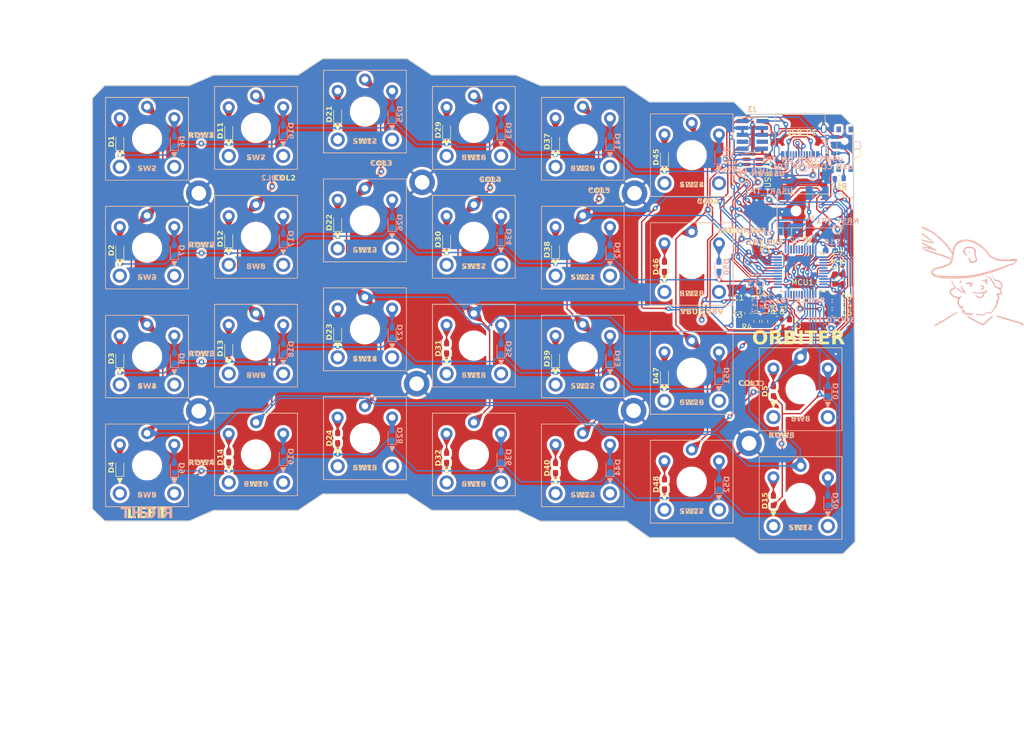
<source format=kicad_pcb>
(kicad_pcb (version 20240108) (generator "pcbnew") (generator_version "8.0")
  (layers (0 "F.Cu" signal) (31 "B.Cu" signal) (34 "B.Paste" user) (35 "F.Paste" user) (36 "B.SilkS" user "B.Silkscreen") (37 "F.SilkS" user "F.Silkscreen") (38 "B.Mask" user) (39 "F.Mask" user) (44 "Edge.Cuts" user))
  (net 0 "")
  (net 1 "Net-(D1-A)")
  (net 2 "Net-(D2-A)")
  (net 3 "Net-(D3-A)")
  (net 4 "Net-(D4-A)")
  (net 5 "Net-(D5-A)")
  (net 6 "Net-(D6-A)")
  (net 7 "Net-(D7-A)")
  (net 8 "Net-(D8-A)")
  (net 9 "Net-(D9-A)")
  (net 10 "Net-(D10-A)")
  (net 11 "Net-(D11-A)")
  (net 12 "Net-(D12-A)")
  (net 13 "Net-(D13-A)")
  (net 14 "Net-(D14-A)")
  (net 15 "Net-(D15-A)")
  (net 16 "Net-(D16-A)")
  (net 17 "Net-(D17-A)")
  (net 18 "Net-(D18-A)")
  (net 19 "Net-(D19-A)")
  (net 20 "Net-(D20-A)")
  (net 21 "Net-(D21-A)")
  (net 22 "Net-(D22-A)")
  (net 23 "Net-(D23-A)")
  (net 24 "Net-(D24-A)")
  (net 25 "Net-(D25-A)")
  (net 26 "Net-(D26-A)")
  (net 27 "Net-(D27-A)")
  (net 28 "Net-(D28-A)")
  (net 29 "Net-(D29-A)")
  (net 30 "Net-(D30-A)")
  (net 31 "Net-(D31-A)")
  (net 32 "Net-(D32-A)")
  (net 33 "Net-(D33-A)")
  (net 34 "Net-(D34-A)")
  (net 35 "Net-(D35-A)")
  (net 36 "Net-(D36-A)")
  (net 37 "Net-(D37-A)")
  (net 38 "Net-(D38-A)")
  (net 39 "Net-(D39-A)")
  (net 40 "Net-(D40-A)")
  (net 41 "Net-(D41-A)")
  (net 42 "Net-(D42-A)")
  (net 43 "Net-(D43-A)")
  (net 44 "Net-(D44-A)")
  (net 45 "Net-(D45-A)")
  (net 46 "Net-(D46-A)")
  (net 47 "Net-(D47-A)")
  (net 48 "Net-(D48-A)")
  (net 49 "Net-(D49-A)")
  (net 50 "Net-(D50-A)")
  (net 51 "Net-(D51-A)")
  (net 52 "Net-(D52-A)")
  (net 53 "GND")
  (net 57 "/BOOT0")
  (net 58 "/T_MCU_COL0")
  (net 59 "Net-(SW28-B)")
  (net 60 "/T_MCU_COL1")
  (net 62 "/T_MCU_COL2")
  (net 64 "Net-(USB_P1-CC)")
  (net 66 "Net-(USB_P2-CC)")
  (net 94 "/T_MCU_COL3")
  (net 110 "Net-(U1-SS{slash}TR)")
  (net 112 "Net-(U1-PG)")
  (net 114 "Net-(U1-FB)")
  (net 115 "Net-(SW1-B)")
  (net 116 "/T_MCU_COL4")
  (net 117 "/T_MCU_COL5")
  (net 118 "/VBUS")
  (net 119 "/VOUT_3V3")
  (net 120 "/T_MCU_ROW0")
  (net 121 "/T_MCU_ROW1")
  (net 122 "/T_MCU_ROW2")
  (net 123 "/T_MCU_ROW3")
  (net 124 "/T_MCU_ROW4")
  (net 125 "/NRST")
  (net 126 "/SWCLK")
  (net 127 "/SWDIO")
  (net 128 "/USART")
  (net 129 "/USB_DN")
  (net 130 "/USB_DP")
  (net 131 "/USB_CONN_DN")
  (net 132 "/USB_CONN_DP")
  (footprint "PCM_Switch_Keyboard_Kailh_Reversible:SW_Kailh_Choc_V2_1.00u_Reversible" (layer "F.Cu") (at 160 45)
    (property "Reference" "SW20")
    (property "Value" "SW_Push")
  )
  (footprint "Capacitor_SMD:C_0603_1608Metric_Pad1.08x0.95mm_HandSolder" (layer "F.Cu") (at 190.275 77.075 -90)
    (property "Reference" "C3")
    (property "Value" "22uF")
  )
  (footprint "Diode:D_0603_1608Metric_Pad1.05x0.95mm_HandSolder" (layer "F.Cu") (at 135 43.375 90)
    (property "Reference" "D29")
    (property "Value" "1N4001")
  )
  (footprint "Testpoint_Rev:TestPoint_THTPad_D1.0mm_Drill0.5mm_reversible" (layer "F.Cu") (at 202.275 51.7)
    (property "Reference" "USB_CONN_DP_TP1" (hide yes))
    (property "Value" "TestPoint_Small")
  )
  (footprint "Capacitor_SMD:C_0603_1608Metric_Pad1.08x0.95mm_HandSolder" (layer "F.Cu") (at 197.95 79.075 -90)
    (property "Reference" "C2")
    (property "Value" "430pF")
  )
  (footprint "Diode:D_0603_1608Metric_Pad1.05x0.95mm_HandSolder" (layer "F.Cu") (at 115 60.375 90)
    (property "Reference" "D22")
    (property "Value" "1N4001")
  )
  (footprint "Testpoint_Rev:TestPoint_THTPad_D1.0mm_Drill0.5mm_reversible" (layer "F.Cu") (at 181.85 78.275)
    (property "Reference" "VBUS_TP1")
    (property "Value" "TestPoint_Small")
  )
  (footprint "PCM_Switch_Keyboard_Kailh_Reversible:SW_Kailh_Choc_V2_1.00u_Reversible" (layer "F.Cu") (at 200 111)
    (property "Reference" "SW11")
    (property "Value" "SW_Push")
  )
  (footprint "Resistor_SMD:R_0603_1608Metric" (layer "F.Cu") (at 207.075 52.3 180)
    (property "Reference" "R6")
    (property "Value" "10k")
  )
  (footprint "Diode:D_0603_1608Metric_Pad1.05x0.95mm_HandSolder" (layer "F.Cu") (at 115 40.5 90)
    (property "Reference" "D21")
    (property "Value" "1N4001")
  )
  (footprint "PCM_Switch_Keyboard_Kailh_Reversible:SW_Kailh_Choc_V2_1.00u_Reversible" (layer "F.Cu") (at 180 108)
    (property "Reference" "SW27")
    (property "Value" "SW_Push")
  )
  (footprint "Resistor_SMD:R_0603_1608Metric" (layer "F.Cu") (at 204.025 50.65 -90)
    (property "Reference" "R2")
    (property "Value" "5.1k")
  )
  (footprint "Diode:D_0603_1608Metric_Pad1.05x0.95mm_HandSolder" (layer "F.Cu") (at 115 80.5 90)
    (property "Reference" "D23")
    (property "Value" "1N4001")
  )
  (footprint "Testpoint_Rev:TestPoint_THTPad_D1.0mm_Drill0.5mm_reversible" (layer "F.Cu") (at 189.225 52.55)
    (property "Reference" "USB_DP_TP1" (hide yes))
    (property "Value" "TestPoint_Small")
  )
  (footprint "Resistor_SMD:R_0603_1608Metric" (layer "F.Cu") (at 191.935 78.575 -90)
    (property "Reference" "R4")
    (property "Value" "100k")
  )
  (footprint "PCM_Switch_Keyboard_Kailh_Reversible:SW_Kailh_Choc_V2_1.00u_Reversible" (layer "F.Cu") (at 120 40)
    (property "Reference" "SW12")
    (property "Value" "SW_Push")
  )
  (footprint "PCM_Switch_Keyboard_Kailh_Reversible:SW_Kailh_Choc_V2_1.00u_Reversible" (layer "F.Cu") (at 180 48)
    (property "Reference" "SW24")
    (property "Value" "SW_Push")
  )
  (footprint "PCM_Switch_Keyboard_Kailh_Reversible:SW_Kailh_Choc_V2_1.00u_Reversible" (layer "F.Cu") (at 100 63)
    (property "Reference" "SW8")
    (property "Value" "SW_Push")
  )
  (footprint "Capacitor_SMD:C_0603_1608Metric_Pad1.08x0.95mm_HandSolder" (layer "F.Cu") (at 190.3 73.75 90)
    (property "Reference" "C1")
    (property "Value" "22uF")
  )
  (footprint "Capacitor_SMD:C_0603_1608Metric_Pad1.08x0.95mm_HandSolder" (layer "F.Cu") (at 205.8 77.025)
    (property "Reference" "C5")
    (property "Value" "100n")
  )
  (footprint "Diode:D_0603_1608Metric_Pad1.05x0.95mm_HandSolder" (layer "F.Cu") (at 135 103.625 90)
    (property "Reference" "D32")
    (property "Value" "1N4001")
  )
  (footprint "Diode:D_0603_1608Metric_Pad1.05x0.95mm_HandSolder" (layer "F.Cu") (at 135 83.5 90)
    (property "Reference" "D31")
    (property "Value" "1N4001")
  )
  (footprint "MountingHole_NoSilkscreen:MountingHole_2.7mm_M2.5_DIN965_Pad_reversible" (layer "F.Cu") (at 89.5 95)
    (property "Reference" "H2")
    (property "Value" "MountingHole_Pad")
  )
  (footprint "Diode:D_0603_1608Metric_Pad1.05x0.95mm_HandSolder" (layer "F.Cu") (at 175 48.375 90)
    (property "Reference" "D45")
    (property "Value" "1N4001")
  )
  (footprint "Testpoint_Rev:TestPoint_THTPad_D1.0mm_Drill0.5mm_reversible" (layer "F.Cu") (at 191.325 91.525)
    (property "Reference" "COL1")
    (property "Value" "TestPoint_Small")
  )
  (footprint "Resistor_SMD:R_0603_1608Metric" (layer "F.Cu") (at 195.685 78.15)
    (property "Reference" "R1")
    (property "Value" "100k")
  )
  (footprint "Diode:D_0603_1608Metric_Pad1.05x0.95mm_HandSolder" (layer "F.Cu") (at 95 43.5 90)
    (property "Reference" "D11")
    (property "Value" "1N4001")
  )
  (footprint "PCM_Switch_Keyboard_Kailh_Reversible:SW_Kailh_Choc_V2_1.00u_Reversible" (layer "F.Cu") (at 140 103)
    (property "Reference" "SW19")
    (property "Value" "SW_Push")
  )
  (footprint "Testpoint_Rev:TestPoint_THTPad_D1.0mm_Drill0.5mm_reversible" (layer "F.Cu") (at 205.625 79.825)
    (property "Reference" "BOOT0_TP1" (hide yes))
    (property "Value" "TestPoint_Small")
  )
  (footprint "MountingHole_NoSilkscreen:MountingHole_2.7mm_M2.5_DIN965_Pad_reversible" (layer "F.Cu") (at 130.5 53)
    (property "Reference" "H3")
    (property "Value" "MountingHole_Pad")
  )
  (footprint "MountingHole_NoSilkscreen:MountingHole_2.7mm_M2.5_DIN965_Pad_reversible" (layer "F.Cu") (at 129.5 90)
    (property "Reference" "H4")
    (property "Value" "MountingHole_Pad")
  )
  (footprint "Diode:D_0603_1608Metric_Pad1.05x0.95mm_HandSolder" (layer "F.Cu") (at 155 85.375 90)
    (property "Reference" "D39")
    (property "Value" "1N4001")
  )
  (footprint "Capacitor_SMD:C_0603_1608Metric_Pad1.08x0.95mm_HandSolder" (layer "F.Cu") (at 205.8 75.525)
    (property "Reference" "C4")
    (property "Value" "4u7")
  )
  (footprint "PCM_Switch_Keyboard_Kailh_Reversible:SW_Kailh_Choc_V2_1.00u_Reversible" (layer "F.Cu") (at 140 63)
    (property "Reference" "SW17")
    (property "Value" "SW_Push")
  )
  (footprint "Diode:D_0603_1608Metric_Pad1.05x0.95mm_HandSolder" (layer "F.Cu") (at 195 91.375 90)
    (property "Reference" "D5")
    (property "Value" "1N4001")
  )
  (footprint "Diode:D_0603_1608Metric_Pad1.05x0.95mm_HandSolder" (layer "F.Cu") (at 95 83.5 90)
    (property "Reference" "D13")
    (property "Value" "1N4001")
  )
  (footprint "Diode:D_0603_1608Metric_Pad1.05x0.95mm_HandSolder" (layer "F.Cu") (at 75 105.375 90)
    (property "Reference" "D4")
    (property "Value" "1N4001")
  )
  (footprint "Testpoint_Rev:TestPoint_THTPad_D1.0mm_Drill0.5mm_reversible" (layer "F.Cu") (at 196.5 101)
    (property "Reference" "ROW5")
    (property "Value" "TestPoint_Small")
  )
  (footprint "Testpoint_Rev:TestPoint_THTPad_D1.0mm_Drill0.5mm_reversible" (layer "F.Cu") (at 189.15 63.4)
    (property "Reference" "SWDIO_TP1")
    (property "Value" "TestPoint_Small")
  )
  (footprint "Testpoint_Rev:TestPoint_THTPad_D1.0mm_Drill0.5mm_reversible" (layer "F.Cu") (at 90 106)
    (property "Reference" "ROW4")
    (property "Value" "TestPoint_Small")
  )
  (footprint "Diode:D_0603_1608Metric_Pad1.05x0.95mm_HandSolder" (layer "F.Cu") (at 95 63.375 90)
    (property "Reference" "D12")
    (property "Value" "1N4001")
  )
  (footprint "PCM_Switch_Keyboard_Kailh_Reversible:SW_Kailh_Choc_V2_1.00u_Reversible" (layer "F.Cu") (at 140 43)
    (property "Reference" "SW16")
    (property "Value" "SW_Push")
  )
  (footprint "MountingHole_NoSilkscreen:MountingHole_2.7mm_M2.5_DIN965_Pad_reversible" (layer "F.Cu") (at 190.525 100.95)
    (property "Reference" "H6")
    (property "Value" "MountingHole_Pad")
  )
  (footprint "Diode:D_0603_1608Metric_Pad1.05x0.95mm_HandSolder" (layer "F.Cu") (at 175 88.5 90)
    (property "Reference" "D47")
    (property "Value" "1N4001")
  )
  (footprint "Capacitor_SMD:C_0603_1608Metric_Pad1.08x0.95mm_HandSolder" (layer "F.Cu") (at 205.8 74.05)
    (property "Reference" "C8")
    (property "Value" "100n")
  )
  (footprint "Diode:D_0603_1608Metric_Pad1.05x0.95mm_HandSolder" (layer "F.Cu") (at 155 45.5 90)
    (property "Reference" "D37")
    (property "Value" "1N4001")
  )
  (footprint "PCM_Switch_Keyboard_Kailh_Reversible:SW_Kailh_Choc_V2_1.00u_Reversible" (layer "F.Cu") (at 160 85)
    (property "Reference" "SW22")
    (property "Value" "SW_Push")
  )
  (footprint "Testpoint_Rev:TestPoint_THTPad_D1.0mm_Drill0.5mm_reversible" (layer "F.Cu") (at 163 56)
    (property "Reference" "COL5")
    (property "Value" "TestPoint_Small")
  )
  (footprint "PCM_Switch_Keyboard_Kailh_Reversible:SW_Kailh_Choc_V2_1.00u_Reversible" (layer "F.Cu") (at 120 100)
    (property "Reference" "SW15")
    (property "Value" "SW_Push")
  )
  (footprint "Diode:D_0603_1608Metric_Pad1.05x0.95mm_HandSolder" (layer "F.Cu") (at 175 68.5 90)
    (property "Reference" "D46")
    (property "Value" "1N4001")
  )
  (footprint "Diode:D_0603_1608Metric_Pad1.05x0.95mm_HandSolder" (layer "F.Cu") (at 175 108.5 90)
    (property "Reference" "D48")
    (property "Value" "1N4001")
  )
  (footprint "Connector_USB:USB_C_Receptacle_XKB_U262-16XN-4BVC11" (layer "F.Cu") (at 199.925 44.2 180)
    (property "Reference" "USB_P1")
    (property "Value" "USB_C_Plug_USB2.0")
  )
  (footprint "Diode:D_0603_1608Metric_Pad1.05x0.95mm_HandSolder" (layer "F.Cu") (at 115 100 90)
    (property "Reference" "D24")
    (property "Value" "1N4001")
  )
  (footprint "Testpoint_Rev:TestPoint_THTPad_D1.0mm_Drill0.5mm_reversible" (layer "F.Cu") (at 102.975 53.75)
    (property "Reference" "COL2")
    (property "Value" "TestPoint_Small")
  )
  (footprint "Connector_Audio:Jack_3.5mm_PJ320D_Horizontal" (layer "F.Cu") (at 201.375 58.25 180)
    (property "Reference" "J2")
    (property "Value" "AudioJack4")
  )
  (footprint "Diode:D_0603_1608Metric_Pad1.05x0.95mm_HandSolder" (layer "F.Cu") (at 75 85.375 90)
    (property "Reference" "D3")
    (property "Value" "1N4001")
  )
  (footprint "PCM_Switch_Keyboard_Kailh_Reversible:SW_Kailh_Choc_V2_1.00u_Reversible" (layer "F.Cu") (at 120 80)
    (property "Reference" "SW14")
    (property "Value" "SW_Push")
  )
  (footprint "PCM_Switch_Keyboard_Kailh_Reversible:SW_Kailh_Choc_V2_1.00u_Reversible" (layer "F.Cu") (at 160 105)
    (property "Reference" "SW23")
    (property "Value" "SW_Push")
  )
  (footprint "Capacitor_SMD:C_0603_1608Metric_Pad1.08x0.95mm_HandSolder" (layer "F.Cu") (at 206.275 70.775 -90)
    (property "Reference" "C9")
    (property "Value" "100n")
  )
  (footprint "Testpoint_Rev:TestPoint_THTPad_D1.0mm_Drill0.5mm_reversible" (layer "F.Cu") (at 192.2 53)
    (property "Reference" "USB_DN_TP1" (hide yes))
    (property "Value" "TestPoint_Small")
  )
  (footprint "Capacitor_SMD:C_0603_1608Metric_Pad1.08x0.95mm_HandSolder" (layer "F.Cu") (at 207.775 70.8 -90)
    (property "Reference" "C6")
    (property "Value" "100n")
  )
  (footprint "MountingHole_NoSilkscreen:MountingHole_2.7mm_M2.5_DIN965_Pad_reversible" (layer "F.Cu") (at 89.5 55)
    (property "Reference" "H1")
    (property "Value" "MountingHole_Pad")
  )
  (footprint "PCM_Switch_Keyboard_Kailh_Reversible:SW_Kailh_Choc_V2_1.00u_Reversible" (layer "F.Cu") (at 80 85)
    (property "Reference" "SW4")
    (property "Value" "SW_Push")
  )
  (footprint "MountingHole_NoSilkscreen:MountingHole_2.7mm_M2.5_DIN965_Pad_reversible" (layer "F.Cu") (at 169.325 94.95)
    (property "Reference" "H7")
    (property "Value" "MountingHole_Pad")
  )
  (footprint "Package_LGA:Texas_SIL0008D_MicroSiP-8-1EP_2.8x3mm_P0.65mm_EP1.1x1.9mm" (layer "F.Cu") (at 192.7225 75.45)
    (property "Reference" "U1")
    (property "Value" "TPS82140")
  )
  (footprint "PCM_Switch_Keyboard_Kailh_Reversible:SW_Kailh_Choc_V2_1.00u_Reversible" (layer "F.Cu") (at 160 65)
    (property "Reference" "SW21")
    (property "Value" "SW_Push")
  )
  (footprint "Package_TO_SOT_SMD:SOT-23-6" (layer "F.Cu") (at 191.275 49.7125 180)
    (property "Reference" "USB_U1")
    (property "Value" "USBLC6-2SC6")
  )
  (footprint "PCM_Switch_Keyboard_Kailh_Reversible:SW_Kailh_Choc_V2_1.00u_Reversible" (layer "F.Cu") (at 200 91)
    (property "Reference" "SW6")
    (property "Value" "SW_Push")
  )
  (footprint "Testpoint_Rev:TestPoint_THTPad_D1.0mm_Drill0.5mm_reversible" (layer "F.Cu") (at 199.9 76.225)
    (property "Reference" "SWCLK_TP1" (hide yes))
    (property "Value" "TestPoint_Small")
  )
  (footprint "Testpoint_Rev:TestPoint_THTPad_D1.0mm_Drill0.5mm_reversible" (layer "F.Cu") (at 200.325 50.35)
    (property "Reference" "USB_CONN_DN_TP1" (hide yes))
    (property "Value" "TestPoint_Small")
  )
  (footprint "Diode:D_0603_1608Metric_Pad1.05x0.95mm_HandSolder" (layer "F.Cu") (at 75 45.5 90)
    (property "Reference" "D1")
    (property "Value" "1N4001")
  )
  (footprint "PCM_Switch_Keyboard_Kailh_Reversible:SW_Kailh_Choc_V2_1.00u_Reversible" (layer "F.Cu") (at 100 103)
    (property "Reference" "SW10")
    (property "Value" "SW_Push")
  )
  (footprint "PCM_Switch_Keyboard_Kailh_Reversible:SW_Kailh_Choc_V2_1.00u_Reversible" (layer "F.Cu") (at 80 105)
    (property "Reference" "SW5")
    (property "Value" "SW_Push")
  )
  (footprint "Testpoint_Rev:TestPoint_THTPad_D1.0mm_Drill0.5mm_reversible" (layer "F.Cu") (at 206.8 61.625)
    (property "Reference" "NRST_TP1" (hide yes))
    (property "Value" "TestPoint_Small")
  )
  (footprint "Diode:D_0603_1608Metric_Pad1.05x0.95mm_HandSolder" (layer "F.Cu") (at 155 65.375 90)
    (property "Reference" "D38")
    (property "Value" "1N4001")
  )
  (footprint "PCM_Switch_Keyboard_Kailh_Reversible:SW_Kailh_Choc_V2_1.00u_Reversible" (layer "F.Cu") (at 180 68)
    (property "Reference" "SW25")
    (property "Value" "SW_Push")
  )
  (footprint "Connector_PinSocket_1.27mm:PinSocket_2x05_P1.27mm_Vertical_SMD" (layer "F.Cu") (at 191.15 44.275)
    (property "Reference" "J1")
    (property "Value" "SWD")
  )
  (footprint "PCM_Switch_Keyboard_Kailh_Reversible:SW_Kailh_Choc_V2_1.00u_Reversible" (layer "F.Cu") (at 180 88)
    (property "Reference" "SW26")
    (property "Value" "SW_Push")
  )
  (footprint "Diode:D_0603_1608Metric_Pad1.05x0.95mm_HandSolder" (layer "F.Cu") (at 95 103.5 90)
    (property "Reference" "D14")
    (property "Value" "1N4001")
  )
  (footprint "PCM_Switch_Keyboard_Kailh_Reversible:SW_Kailh_Choc_V2_1.00u_Reversible" (layer "F.Cu") (at 120 60)
    (property "Reference" "SW13")
    (property "Value" "SW_Push")
  )
  (footprint "PCM_Switch_Keyboard_Kailh_Reversible:SW_Kailh_Choc_V2_1.00u_Reversible" (layer "F.Cu") (at 100 83)
    (property "Reference" "SW9")
    (property "Value" "SW_Push")
  )
  (footprint "Resistor_SMD:R_0603_1608Metric" (layer "F.Cu") (at 193.45 63.75 180)
    (property "Reference" "R5")
    (property "Value" "8.2k")
  )
  (footprint "MountingHole_NoSilkscreen:MountingHole_2.7mm_M2.5_DIN965_Pad_reversible" (layer "F.Cu") (at 169.5 55)
    (property "Reference" "H5")
    (property "Value" "MountingHole_Pad")
  )
  (footprint "Testpoint_Rev:TestPoint_THTPad_D1.0mm_Drill0.5mm_reversible" (layer "F.Cu") (at 89.95 45.85)
    (property "Reference" "ROW1")
    (property "Value" "TestPoint_Small")
  )
  (footprint "Testpoint_Rev:TestPoint_THTPad_D1.0mm_Drill0.5mm_reversible" (layer "F.Cu") (at 183 58)
    (property "Reference" "COL6")
    (property "Value" "TestPoint_Small")
  )
  (footprint "Package_QFP:LQFP-48_7x7mm_P0.5mm" (layer "F.Cu") (at 200 69.5 180)
    (property "Reference" "MCU1")
    (property "Value" "STM32F072CBTx")
  )
  (footprint "Testpoint_Rev:TestPoint_THTPad_D1.0mm_Drill0.5mm_reversible" (layer "F.Cu") (at 123 51)
    (property "Reference" "COL3")
    (property "Value" "TestPoint_Small")
  )
  (footprint "Testpoint_Rev:TestPoint_THTPad_D1.0mm_Drill0.5mm_reversible" (layer "F.Cu") (at 90 66)
    (property "Reference" "ROW2")
    (property "Value" "TestPoint_Small")
  )
  (footprint "Resistor_SMD:R_0603_1608Metric" (layer "F.Cu") (at 193.435 78.575 -90)
    (property "Reference" "R3")
    (property "Value" "309k")
  )
  (footprint "Testpoint_Rev:TestPoint_THTPad_D1.0mm_Drill0.5mm_reversible" (layer "F.Cu") (at 143 54)
    (property "Reference" "COL4")
    (property "Value" "TestPoint_Small")
  )
  (footprint "PCM_Switch_Keyboard_Kailh_Reversible:SW_Kailh_Choc_V2_1.00u_Reversible" (layer "F.Cu") (at 140 83)
    (property "Reference" "SW18")
    (property "Value" "SW_Push")
  )
  (footprint "PCM_Switch_Keyboard_Kailh_Reversible:SW_Kailh_Choc_V2_1.00u_Reversible" (layer "F.Cu") (at 100 43)
    (property "Reference" "SW7")
    (property "Value" "SW_Push")
  )
  (footprint "Diode:D_0603_1608Metric_Pad1.05x0.95mm_HandSolder" (layer "F.Cu") (at 195 111.5 90)
    (property "Reference" "D15")
    (property "Value" "1N4001")
  )
  (footprint "Capacitor_SMD:C_0603_1608Metric_Pad1.08x0.95mm_HandSolder" (layer "F.Cu") (at 206.7 64.4)
    (property "Reference" "C7")
    (property "Value" "100n")
  )
  (footprint "Button_Switch_SMD:SW_SPDT_PCM12" (layer "F.Cu") (at 207.77 46.925 90)
    (property "Reference" "SW1" (hide yes))
    (property "Value" "SW_SPDT")
  )
  (footprint "Diode:D_0603_1608Metric_Pad1.05x0.95mm_HandSolder" (layer "F.Cu") (at 155 105.5 90)
    (property "Reference" "D40")
    (property "Value" "1N4001")
  )
  (footprint "PCM_Switch_Keyboard_Kailh_Reversible:SW_Kailh_Choc_V2_1.00u_Reversible" (layer "F.Cu") (at 80 45)
    (property "Reference" "SW2")
    (property "Value" "SW_Push")
  )
  (footprint "Diode:D_0603_1608Metric_Pad1.05x0.95mm_HandSolder" (layer "F.Cu") (at 135 63.5 90)
    (property "Reference" "D30")
    (property "Value" "1N4001")
  )
  (footprint "PCM_Switch_Keyboard_Kailh_Reversible:SW_Kailh_Choc_V2_1.00u_Reversible" (layer "F.Cu") (at 80 65)
    (property "Reference" "SW3")
    (property "Value" "SW_Push")
  )
  (footprint "Testpoint_Rev:TestPoint_THTPad_D1.0mm_Drill0.5mm_reversible" (layer "F.Cu") (at 90 86)
    (property "Reference" "ROW3")
    (property "Value" "TestPoint_Small")
  )
  (footprint "Diode:D_0603_1608Metric_Pad1.05x0.95mm_HandSolder" (layer "F.Cu") (at 75 65.5 90)
    (property "Reference" "D2")
    (property "Value" "1N4001")
  )
  (footprint "Testpoint_Rev:TestPoint_THTPad_D1.0mm_Drill0.5mm_reversible" (layer "F.Cu") (at 194.225 56.2)
    (property "Reference" "USART_TP1" (hide yes))
    (property "Value" "TestPoint_Small")
  )
  (footprint "Testpoint_Rev:TestPoint_THTPad_D1.0mm_Drill0.5mm_reversible" (layer "F.Cu") (at 193.525 65.575)
    (property "Reference" "3V3_TP1")
    (property "Value" "TestPoint_Small")
  )
  (footprint "Resistor_SMD:R_0603_1608Metric" (layer "B.Cu") (at 197.3 50.925 -90)
    (property "Reference" "R8")
    (property "Value" "5.1k")
  )
  (footprint "Resistor_SMD:R_0603_1608Metric" (layer "B.Cu") (at 207.075 52.3 180)
    (property "Reference" "R12")
    (property "Value" "10k")
  )
  (footprint "Diode:D_0603_1608Metric_Pad1.05x0.95mm_HandSolder" (layer "B.Cu") (at 185 88.5 90)
    (property "Reference" "D51")
    (property "Value" "1N4001")
  )
  (footprint "Diode:D_0603_1608Metric_Pad1.05x0.95mm_HandSolder" (layer "B.Cu") (at 185 108.5 90)
    (property "Reference" "D52")
    (property "Value" "1N4001")
  )
  (footprint "Diode:D_0603_1608Metric_Pad1.05x0.95mm_HandSolder" (layer "B.Cu") (at 145 43.5 90)
    (property "Reference" "D33")
    (property "Value" "1N4001")
  )
  (footprint "Diode:D_0603_1608Metric_Pad1.05x0.95mm_HandSolder" (layer "B.Cu") (at 185 68.5 90)
    (property "Reference" "D50")
    (property "Value" "1N4001")
  )
  (footprint "Resistor_SMD:R_0603_1608Metric" (layer "B.Cu") (at 193.45 63.75 180)
    (property "Reference" "R11")
    (property "Value" "8.2k")
  )
  (footprint "Diode:D_0603_1608Metric_Pad1.05x0.95mm_HandSolder" (layer "B.Cu") (at 85 45.5 90)
    (property "Reference" "D6")
    (property "Value" "1N4001")
  )
  (footprint "Connector_PinSocket_1.27mm:PinSocket_2x05_P1.27mm_Vertical_SMD" (layer "B.Cu") (at 191.125 44.275 180)
    (property "Reference" "J3")
    (property "Value" "SWD")
  )
  (footprint "Diode:D_0603_1608Metric_Pad1.05x0.95mm_HandSolder" (layer "B.Cu") (at 85 85.375 90)
    (property "Reference" "D8")
    (property "Value" "1N4001")
  )
  (footprint "Diode:D_0603_1608Metric_Pad1.05x0.95mm_HandSolder" (layer "B.Cu") (at 205 111.5 90)
    (property "Reference" "D20")
    (property "Value" "1N4001")
  )
  (footprint "Capacitor_SMD:C_0603_1608Metric_Pad1.08x0.95mm_HandSolder" (layer "B.Cu") (at 193.05 75.55 -90)
    (property "Reference" "C17")
    (property "Value" "100n")
  )
  (footprint "Diode:D_0603_1608Metric_Pad1.05x0.95mm_HandSolder" (layer "B.Cu") (at 205 91.375 90)
    (property "Reference" "D10")
    (property "Value" "1N4001")
  )
  (footprint "Diode:D_0603_1608Metric_Pad1.05x0.95mm_HandSolder" (layer "B.Cu") (at 165 105.375 90)
    (property "Reference" "D44")
    (property "Value" "1N4001")
  )
  (footprint "Diode:D_0603_1608Metric_Pad1.05x0.95mm_HandSolder" (layer "B.Cu") (at 125 60.375 90)
    (property "Reference" "D26")
    (property "Value" "1N4001")
  )
  (footprint "Diode:D_0603_1608Metric_Pad1.05x0.95mm_HandSolder" (layer "B.Cu") (at 105 63.375 90)
    (property "Reference" "D17")
    (property "Value" "1N4001")
  )
  (footprint "Diode:D_0603_1608Metric_Pad1.05x0.95mm_HandSolder" (layer "B.Cu") (at 165 65.5 90)
    (property "Reference" "D42")
    (property "Value" "1N4001")
  )
  (footprint "Diode:D_0603_1608Metric_Pad1.05x0.95mm_HandSolder" (layer "B.Cu") (at 145 83.625 90)
    (property "Reference" "D35")
    (property "Value" "1N4001")
  )
  (footprint "Button_Switch_SMD:SW_SPDT_PCM12" (layer "B.Cu") (at 207.77 46.925 -90)
    (property "Reference" "SW28")
    (property "Value" "SW_SPDT")
  )
  (footprint "Connector_Audio:Jack_3.5mm_PJ320D_Horizontal" (layer "B.Cu") (at 201.375 58.25 180)
    (property "Reference" "J4")
    (property "Value" "AudioJack4")
  )
  (footprint "Capacitor_SMD:C_0603_1608Metric_Pad1.08x0.95mm_HandSolder" (layer "B.Cu") (at 196.075 74.9 -90)
    (property "Reference" "C16")
    (property "Value" "100n")
  )
  (footprint "Diode:D_0603_1608Metric_Pad1.05x0.95mm_HandSolder" (layer "B.Cu") (at 85 105.5 90)
    (property "Reference" "D9")
    (property "Value" "1N4001")
  )
  (footprint "Diode:D_0603_1608Metric_Pad1.05x0.95mm_HandSolder" (layer "B.Cu") (at 105 103.375 90)
    (property "Reference" "D19")
    (property "Value" "1N4001")
  )
  (footprint "Diode:D_0603_1608Metric_Pad1.05x0.95mm_HandSolder" (layer "B.Cu") (at 105 83.625 90)
    (property "Reference" "D18")
    (property "Value" "1N4001")
  )
  (footprint "Capacitor_SMD:C_0603_1608Metric_Pad1.08x0.95mm_HandSolder" (layer "B.Cu") (at 191.8 71.65 180)
    (property "Reference" "C14")
    (property "Value" "100n")
  )
  (footprint "Diode:D_0603_1608Metric_Pad1.05x0.95mm_HandSolder" (layer "B.Cu") (at 85 65.5 90)
    (property "Reference" "D7")
    (property "Value" "1N4001")
  )
  (footprint "fluff:kjellc__20x18_5" (layer "B.Cu") (at 232.225 70.125 180)
    (property "Reference" "G***" (hide yes))
    (property "Value" "LOGO" (hide yes))
  )
  (footprint "Diode:D_0603_1608Metric_Pad1.05x0.95mm_HandSolder" (layer "B.Cu") (at 125 99.5 90)
    (property "Reference" "D28")
    (property "Value" "1N4001")
  )
  (footprint "Diode:D_0603_1608Metric_Pad1.05x0.95mm_HandSolder" (layer "B.Cu") (at 185 48 90)
    (property "Reference" "D49")
    (property "Value" "1N4001")
  )
  (footprint "Diode:D_0603_1608Metric_Pad1.05x0.95mm_HandSolder" (layer "B.Cu") (at 125 80.625 90)
    (property "Reference" "D27")
    (property "Value" "1N4001")
  )
  (footprint "Diode:D_0603_1608Metric_Pad1.05x0.95mm_HandSolder" (layer "B.Cu") (at 165 85.375 90)
    (property "Reference" "D43")
    (property "Value" "1N4001")
  )
  (footprint "Connector_USB:USB_C_Receptacle_XKB_U262-16XN-4BVC11" (layer "B.Cu") (at 199.92 44.195)
    (property "Reference" "USB_P2")
    (property "Value" "USB_C_Plug_USB2.0")
  )
  (footprint "Package_QFP:LQFP-48_7x7mm_P0.5mm" (layer "B.Cu") (at 200 69.5 180)
    (property "Reference" "MCU2")
    (property "Value" "STM32F072CBTx")
  )
  (footprint "Diode:D_0603_1608Metric_Pad1.05x0.95mm_HandSolder" (layer "B.Cu") (at 145 103.5 90)
    (property "Reference" "D36")
    (property "Value" "1N4001")
  )
  (footprint "Diode:D_0603_1608Metric_Pad1.05x0.95mm_HandSolder" (layer "B.Cu") (at 125 40.5 90)
    (property "Reference" "D25")
    (property "Value" "1N4001")
  )
  (footprint "Diode:D_0603_1608Metric_Pad1.05x0.95mm_HandSolder" (layer "B.Cu") (at 105 43.5 90)
    (property "Reference" "D16")
    (property "Value" "1N4001")
  )
  (footprint "Capacitor_SMD:C_0603_1608Metric_Pad1.08x0.95mm_HandSolder" (layer "B.Cu") (at 194.575 74.925 -90)
    (property "Reference" "C15")
    (property "Value" "100n")
  )
  (footprint "Diode:D_0603_1608Metric_Pad1.05x0.95mm_HandSolder" (layer "B.Cu") (at 145 63 90)
    (property "Reference" "D34")
    (property "Value" "1N4001")
  )
  (footprint "Diode:D_0603_1608Metric_Pad1.05x0.95mm_HandSolder" (layer "B.Cu") (at 165 45.5 90)
    (property "Reference" "D41")
    (property "Value" "1N4001")
  )
  (footprint "Capacitor_SMD:C_0603_1608Metric_Pad1.08x0.95mm_HandSolder" (layer "B.Cu") (at 191.825 73.15 180)
    (property "Reference" "C13")
    (property "Value" "4u7")
  )
  (footprint "Capacitor_SMD:C_0603_1608Metric_Pad1.08x0.95mm_HandSolder" (layer "B.Cu") (at 205.475 65.575)
    (property "Reference" "C18")
    (property "Value" "100n")
  )
  (gr_line (start 210.001901 99.000954) (end 210.001901 119.025954) (stroke (width 0.2)) (layer "Edge.Cuts"))
  (gr_line (start 148.113296 113.274005) (end 152.227177 115.275954) (stroke (width 0.2)) (layer "Edge.Cuts"))
  (gr_line (start 107.736468 113.275954) (end 112.226686 110.275954) (stroke (width 0.2)) (layer "Edge.Cuts"))
  (gr_line (start 127.752125 110.274049) (end 132.251898 113.275951) (stroke (width 0.2)) (layer "Edge.Cuts"))
  (gr_line (start 132.251898 113.275951) (end 148.113296 113.274005) (stroke (width 0.2)) (layer "Edge.Cuts"))
  (gr_line (start 127.749998 30.274049) (end 112.250002 30.275951) (stroke (width 0.2)) (layer "Edge.Cuts"))
  (gr_line (start 107.749998 33.274049) (end 92.250002 33.275951) (stroke (width 0.2)) (layer "Edge.Cuts"))
  (gr_line (start 192.226901 121.275954) (end 207.751901 121.275954) (stroke (width 0.2)) (layer "Edge.Cuts"))
  (gr_line (start 209.711916 42.741387) (end 207.461916 40.491387) (stroke (width 0.2)) (layer "Edge.Cuts"))
  (gr_line (start 112.250002 30.275951) (end 107.749998 33.274049) (stroke (width 0.2)) (layer "Edge.Cuts"))
  (gr_line (start 69.9769 37.525951) (end 72.201594 35.227859) (stroke (width 0.2)) (layer "Edge.Cuts"))
  (gr_line (start 87.751901 115.22595) (end 92.203804 113.275954) (stroke (width 0.2)) (layer "Edge.Cuts"))
  (gr_line (start 187.751901 118.274049) (end 192.226901 121.275954) (stroke (width 0.2)) (layer "Edge.Cuts"))
  (gr_line (start 190.001901 40.491387) (end 207.461916 40.491387) (stroke (width 0.2)) (layer "Edge.Cuts"))
  (gr_line (start 152.227177 115.275954) (end 168.072974 115.275954) (stroke (width 0.2)) (layer "Edge.Cuts"))
  (gr_line (start 207.751901 121.275954) (end 210.001901 119.025954) (stroke (width 0.2)) (layer "Edge.Cuts"))
  (gr_line (start 132.250002 33.275951) (end 127.749998 30.274049) (stroke (width 0.2)) (layer "Edge.Cuts"))
  (gr_line (start 92.203804 113.275954) (end 107.736468 113.275954) (stroke (width 0.2)) (layer "Edge.Cuts"))
  (gr_line (start 87.749998 35.225951) (end 72.201594 35.227859) (stroke (width 0.2)) (layer "Edge.Cuts"))
  (gr_line (start 72.2269 115.22595) (end 69.9769 113.025954) (stroke (width 0.2)) (layer "Edge.Cuts"))
  (gr_line (start 187.749998 38.225951) (end 190.001901 40.491387) (stroke (width 0.2)) (layer "Edge.Cuts"))
  (gr_line (start 132.250002 33.275951) (end 147.749998 33.274049) (stroke (width 0.2)) (layer "Edge.Cuts"))
  (gr_line (start 72.2269 115.22595) (end 87.751901 115.22595) (stroke (width 0.2)) (layer "Edge.Cuts"))
  (gr_line (start 168.072974 115.275954) (end 172.227177 118.275954) (stroke (width 0.2)) (layer "Edge.Cuts"))
  (gr_line (start 209.711916 60.203305) (end 210.001901 99.000954) (stroke (width 0.2)) (layer "Edge.Cuts"))
  (gr_line (start 152.250002 35.227853) (end 167.749998 35.225951) (stroke (width 0.2)) (layer "Edge.Cuts"))
  (gr_line (start 172.217334 38.227857) (end 167.749998 35.225951) (stroke (width 0.2)) (layer "Edge.Cuts"))
  (gr_line (start 172.217334 38.227857) (end 187.749998 38.225951) (stroke (width 0.2)) (layer "Edge.Cuts"))
  (gr_line (start 209.711916 60.203305) (end 209.711916 42.741387) (stroke (width 0.2)) (layer "Edge.Cuts"))
  (gr_line (start 112.226686 110.275954) (end 127.752125 110.274049) (stroke (width 0.2)) (layer "Edge.Cuts"))
  (gr_line (start 152.250002 35.227853) (end 147.749998 33.274049) (stroke (width 0.2)) (layer "Edge.Cuts"))
  (gr_line (start 92.250002 33.275951) (end 87.749998 35.225951) (stroke (width 0.2)) (layer "Edge.Cuts"))
  (gr_line (start 69.9769 37.525951) (end 69.9769 113.025954) (stroke (width 0.2)) (layer "Edge.Cuts"))
  (gr_line (start 172.227177 118.275954) (end 187.751901 118.274049) (stroke (width 0.2)) (layer "Edge.Cuts"))
  (gr_text "RIGHT" (at 80 113.875 0) (layer "B.SilkS") (effects (font (size 2 2) (thickness 0.4) (bold yes)) (justify mirror)))
  (gr_text "LEFT" (at 80 113.875 0) (layer "F.SilkS") (effects (font (size 2 2) (thickness 0.4) (bold yes))))
  (gr_text "ORBITER" (at 199.625 81.725 0) (layer "F.SilkS") (effects (font (size 2.5 2.5) (thickness 0.3) (bold yes))))
  (segment (start 75 44.625) (end 75 41.2) (width 0.25) (layer "F.Cu") (net 1))
  (segment (start 75 61.2) (end 75 64.625) (width 0.25) (layer "F.Cu") (net 2))
  (segment (start 75 81.2) (end 75 84.5) (width 0.25) (layer "F.Cu") (net 3))
  (segment (start 75 101.2) (end 75 104.5) (width 0.25) (layer "F.Cu") (net 4))
  (segment (start 195 90.5) (end 195 87.2) (width 0.25) (layer "F.Cu") (net 5))
  (segment (start 85 41.2) (end 85 44.5) (width 0.25) (layer "B.Cu") (net 6))
  (segment (start 85 61.2) (end 85 64.625) (width 0.25) (layer "B.Cu") (net 7))
  (segment (start 85 81.2) (end 85 84.5) (width 0.25) (layer "B.Cu") (net 8))
  (segment (start 85 101.2) (end 85 104.625) (width 0.25) (layer "B.Cu") (net 9))
  (segment (start 205 87.2) (end 205 90.5) (width 0.25) (layer "B.Cu") (net 10))
  (segment (start 95 39.2) (end 95 42.625) (width 0.25) (layer "F.Cu") (net 11))
  (segment (start 95 59.2) (end 95 62.5) (width 0.25) (layer "F.Cu") (net 12))
  (segment (start 95 79.2) (end 95 82.625) (width 0.25) (layer "F.Cu") (net 13))
  (segment (start 95 99.2) (end 95 102.625) (width 0.25) (layer "F.Cu") (net 14))
  (segment (start 195 107.2) (end 195 110.625) (width 0.25) (layer "F.Cu") (net 15))
  (segment (start 105 42.625) (end 105 39.2) (width 0.25) (layer "B.Cu") (net 16))
  (segment (start 105 59.2) (end 105 62.5) (width 0.25) (layer "B.Cu") (net 17))
  (segment (start 105 79.2) (end 105 82.75) (width 0.25) (layer "B.Cu") (net 18))
  (segment (start 105 99.2) (end 105 102.5) (width 0.25) (layer "B.Cu") (net 19))
  (segment (start 205 107.2) (end 205 110.625) (width 0.25) (layer "B.Cu") (net 20))
  (segment (start 115 36.2) (end 115 39.625) (width 0.25) (layer "F.Cu") (net 21))
  (segment (start 115 56.2) (end 115 59.5) (width 0.25) (layer "F.Cu") (net 22))
  (segment (start 115 76.2) (end 115 79.625) (width 0.25) (layer "F.Cu") (net 23))
  (segment (start 115 99.125) (end 115 96.2) (width 0.25) (layer "F.Cu") (net 24))
  (segment (start 125 39.625) (end 125 36.2) (width 0.25) (layer "B.Cu") (net 25))
  (segment (start 125 56.2) (end 125 59.5) (width 0.25) (layer "B.Cu") (net 26))
  (segment (start 125 76.2) (end 125 79.75) (width 0.25) (layer "B.Cu") (net 27))
  (segment (start 125 98.625) (end 125 96.2) (width 0.25) (layer "B.Cu") (net 28))
  (segment (start 135 39.2) (end 135 42.5) (width 0.25) (layer "F.Cu") (net 29))
  (segment (start 135 59.2) (end 135 62.625) (width 0.25) (layer "F.Cu") (net 30))
  (segment (start 135 79.2) (end 135 82.625) (width 0.25) (layer "F.Cu") (net 31))
  (segment (start 135 99.2) (end 135 102.75) (width 0.25) (layer "F.Cu") (net 32))
  (segment (start 145 42.625) (end 145 39.2) (width 0.25) (layer "B.Cu") (net 33))
  (segment (start 145 59.2) (end 145 62.125) (width 0.25) (layer "B.Cu") (net 34))
  (segment (start 145 79.2) (end 145 82.75) (width 0.25) (layer "B.Cu") (net 35))
  (segment (start 145 99.2) (end 145 102.625) (width 0.25) (layer "B.Cu") (net 36))
  (segment (start 155 41.2) (end 155 44.625) (width 0.25) (layer "F.Cu") (net 37))
  (segment (start 155 61.2) (end 155 64.5) (width 0.25) (layer "F.Cu") (net 38))
  (segment (start 155 81.2) (end 155 85.125) (width 0.25) (layer "F.Cu") (net 39))
  (segment (start 155 101.2) (end 155 104.625) (width 0.25) (layer "F.Cu") (net 40))
  (segment (start 165 41.2) (end 165 44.625) (width 0.25) (layer "B.Cu") (net 41))
  (segment (start 165 61.2) (end 165 64.625) (width 0.25) (layer "B.Cu") (net 42))
  (segment (start 165 81.2) (end 165 84.5) (width 0.25) (layer "B.Cu") (net 43))
  (segment (start 165 101.2) (end 165 104.5) (width 0.25) (layer "B.Cu") (net 44))
  (segment (start 175 44.2) (end 175 47.5) (width 0.25) (layer "F.Cu") (net 45))
  (segment (start 175 64.2) (end 175 67.625) (width 0.25) (layer "F.Cu") (net 46))
  (segment (start 175 84.2) (end 175 87.625) (width 0.25) (layer "F.Cu") (net 47))
  (segment (start 175 104.2) (end 175 107.625) (width 0.25) (layer "F.Cu") (net 48))
  (segment (start 185 44.2) (end 185 47.125) (width 0.25) (layer "B.Cu") (net 49))
  (segment (start 185 64.2) (end 185 67.625) (width 0.25) (layer "B.Cu") (net 50))
  (segment (start 185 84.2) (end 185 87.625) (width 0.25) (layer "B.Cu") (net 51))
  (segment (start 185 104.2) (end 185 107.625) (width 0.25) (layer "B.Cu") (net 52))
  (segment (start 199.325 60.775) (end 196.975 58.425) (width 0.25) (layer "F.Cu") (net 53))
  (segment (start 209.65 72.038604) (end 209.65 74.197924) (width 0.25) (layer "F.Cu") (net 53))
  (segment (start 189.5 56.600305) (end 189.5 55.999695) (width 0.25) (layer "F.Cu") (net 53))
  (segment (start 207.5625 64.4) (end 208.975 65.8125) (width 0.25) (layer "F.Cu") (net 53))
  (segment (start 203.68 47.87) (end 204.245 47.305) (width 0.25) (layer "F.Cu") (net 53))
  (segment (start 209.525 67.038604) (end 209.525 71.913604) (width 0.25) (layer "F.Cu") (net 53))
  (segment (start 209.375 81.6) (end 206.45 84.525) (width 0.25) (layer "F.Cu") (net 53))
  (segment (start 206.575 78.325) (end 206.575 78.35) (width 0.25) (layer "F.Cu") (net 53))
  (segment (start 195.481846 66.000001) (end 194.749999 66.000001) (width 0.25) (layer "F.Cu") (net 53))
  (segment (start 197.75 72) (end 197.775 72.025) (width 0.25) (layer "F.Cu") (net 53))
  (segment (start 191.935 79.4) (end 190.675 79.4) (width 0.25) (layer "F.Cu") (net 53))
  (segment (start 209.35 76.7) (end 209.375 76.725) (width 0.25) (layer "F.Cu") (net 53))
  (segment (start 209.525 71.913604) (end 209.65 72.038604) (width 0.25) (layer "F.Cu") (net 53))
  (segment (start 203.1 70.125) (end 202.678771 70.546229) (width 0.25) (layer "F.Cu") (net 53))
  (segment (start 191.299695 58.4) (end 189.5 56.600305) (width 0.25) (layer "F.Cu") (net 53))
  (segment (start 206.6 78.325) (end 206.575 78.325) (width 0.25) (layer "F.Cu") (net 53))
  (segment (start 197.132236 66.525) (end 196.607237 66.000001) (width 0.25) (layer "F.Cu") (net 53))
  (segment (start 196.075 54.625) (end 193.6 54.625) (width 0.25) (layer "F.Cu") (net 53))
  (segment (start 204.025 52.75) (end 203.2 53.575) (width 0.25) (layer "F.Cu") (net 53))
  (segment (start 195.175 48.275) (end 195.605 47.845) (width 0.25) (layer "F.Cu") (net 53))
  (segment (start 197.4 44.2) (end 202.44 44.2) (width 0.25) (layer "F.Cu") (net 53))
  (segment (start 192.95 43.005) (end 191.755 43.005) (width 0.25) (layer "F.Cu") (net 53))
  (segment (start 197.425 66.525) (end 197.132236 66.525) (width 0.25) (layer "F.Cu") (net 53))
  (segment (start 204.825 50.675) (end 204.825 47.885) (width 0.25) (layer "F.Cu") (net 53))
  (segment (start 208.975 66.488604) (end 209.525 67.038604) (width 0.25) (layer "F.Cu") (net 53))
  (segment (start 194.512499 48.275) (end 195.175 48.275) (width 0.25) (layer "F.Cu") (net 53))
  (segment (start 189.924695 55.575) (end 191.2 55.575) (width 0.25) (layer "F.Cu") (net 53))
  (segment (start 202.25 72.85) (end 202.25 73.6625) (width 0.25) (layer "F.Cu") (net 53))
  (segment (start 192.3975 75.775) (end 191.66 75.775) (width 0.25) (layer "F.Cu") (net 53))
  (segment (start 203.357236 68.75) (end 203.1 69.007236) (width 0.25) (layer "F.Cu") (net 53))
  (segment (start 204.24 46) (end 204.24 47.3) (width 0.25) (layer "F.Cu") (net 53))
  (segment (start 203.275 47.87) (end 203.68 47.87) (width 0.25) (layer "F.Cu") (net 53))
  (segment (start 207.61568 72.525) (end 207.775 72.36568) (width 0.25) (layer "F.Cu") (net 53))
  (segment (start 209.375 76.725) (end 209.375 81.6) (width 0.25) (layer "F.Cu") (net 53))
  (segment (start 197.75 66.142764) (end 197.425 66.467764) (width 0.25) (layer "F.Cu") (net 53))
  (segment (start 206.268198 63.105698) (end 203.244302 63.105698) (width 0.25) (layer "F.Cu") (net 53))
  (segment (start 209.35 74.497924) (end 209.35 76.7) (width 0.25) (layer "F.Cu") (net 53))
  (segment (start 194.749999 66.000001) (end 193.912347 66.837653) (width 0.25) (layer "F.Cu") (net 53))
  (segment (start 207.225 72.525) (end 207.61568 72.525) (width 0.25) (layer "F.Cu") (net 53))
  (segment (start 201.4 72) (end 202.25 72.85) (width 0.25) (layer "F.Cu") (net 53))
  (segment (start 193.625 44.275) (end 194.45 44.275) (width 0.25) (layer "F.Cu") (net 53))
  (segment (start 203.2 53.575) (end 194.75 53.575) (width 0.25) (layer "F.Cu") (net 53))
  (segment (start 193.074999 49.7125) (end 194.512499 48.275) (width 0.25) (layer "F.Cu") (net 53))
  (segment (start 206.265 44.675) (end 204.715 43.125) (width 0.25) (layer "F.Cu") (net 53))
  (segment (start 206.6625 78.2625) (end 206.6 78.325) (width 0.25) (layer "F.Cu") (net 53))
  (segment (start 196.875 47.87) (end 196.575 47.87) (width 0.25) (layer "F.Cu") (net 53))
  (segment (start 197.174695 72) (end 197.75 72) (width 0.25) (layer "F.Cu") (net 53))
  (segment (start 193.6 54.625) (end 191.925 56.3) (width 0.25) (layer "F.Cu") (net 53))
  (segment (start 196.924695 71.75) (end 197.174695 72) (width 0.25) (layer "F.Cu") (net 53))
  (segment (start 192.7225 75.45) (end 192.7225 73.96) (width 0.25) (layer "F.Cu") (net 53))
  (segment (start 194.775 44.6) (end 194.775 44.8) (width 0.25) (layer "F.Cu") (net 53))
  (segment (start 190.275 79) (end 190.275 77.9375) (width 0.25) (layer "F.Cu") (net 53))
  (segment (start 194.75 53.575) (end 193.975 54.35) (width 0.25) (layer "F.Cu") (net 53))
  (segment (start 196.6 58.4) (end 191.299695 58.4) (width 0.25) (layer "F.Cu") (net 53))
  (segment (start 195.8375 71.75) (end 196.924695 71.75) (width 0.25) (layer "F.Cu") (net 53))
  (segment (start 197.75 65.3375) (end 197.75 63.8) (width 0.25) (layer "F.Cu") (net 53))
  (segment (start 190.675 79.4) (end 190.275 79) (width 0.25) (layer "F.Cu") (net 53))
  (segment (start 194.45 44.275) (end 194.775 44.6) (width 0.25) (layer "F.Cu") (net 53))
  (segment (start 199.275 62.275) (end 199.275 62.2) (width 0.25) (layer "F.Cu") (net 53))
  (segment (start 202.975 47.87) (end 203.275 47.87) (width 0.25) (layer "F.Cu") (net 53))
  (segment (start 193.912347 66.837653) (end 193.837349 66.837653) (width 0.25) (layer "F.Cu") (net 53))
  (segment (start 196.6 58.4) (end 196.575 58.425) (width 0.25) (layer "F.Cu") (net 53))
  (segment (start 208.975 65.8125) (end 208.975 66.488604) (width 0.25) (layer "F.Cu") (net 53))
  (segment (start 197.75 65.3375) (end 197.75 66.142764) (width 0.25) (layer "F.Cu") (net 53))
  (segment (start 192.4125 49.7125) (end 193.074999 49.7125) (width 0.25) (layer "F.Cu") (net 53))
  (segment (start 204.715 43.125) (end 204.245 43.125) (width 0.25) (layer "F.Cu") (net 53))
  (segment (start 195.6 46) (end 197.4 44.2) (width 0.25) (layer "F.Cu") (net 53))
  (segment (start 191.65 72.8875) (end 190.3 72.8875) (width 0.25) (layer "F.Cu") (net 53))
  (segment (start 197.425 66.467764) (end 197.425 66.525) (width 0.25) (layer "F.Cu") (net 53))
  (segment (start 197.75 63.8) (end 199.275 62.275) (width 0.25) (layer "F.Cu") (net 53))
  (segment (start 189.0625 77.9375) (end 188.45 77.325) (width 0.25) (layer "F.Cu") (net 53))
  (segment (start 196.607237 66.000001) (end 195.481846 66.000001) (width 0.25) (layer "F.Cu") (net 53))
  (segment (start 195.6 45.625) (end 195.6 47.3) (width 0.25) (layer "F.Cu") (net 53))
  (segment (start 203.1 70.125) (end 202.25 70.975) (width 0.25) (layer "F.Cu") (net 53))
  (segment (start 203.244302 63.105698) (end 203.125 63.225) (width 0.25) (layer "F.Cu") (net 53))
  (segment (start 196.625 58.425) (end 196.6 58.4) (width 0.25) (layer "F.Cu") (net 53))
  (segment (start 204.825 47.885) (end 204.245 47.305) (width 0.25) (layer "F.Cu") (net 53))
  (segment (start 207.5625 64.4) (end 206.268198 63.105698) (width 0.25) (layer "F.Cu") (net 53))
  (segment (start 196.575 58.425) (end 196.525 58.425) (width 0.25) (layer "F.Cu") (net 53))
  (segment (start 190.275 77.9375) (end 189.0625 77.9375) (width 0.25) (layer "F.Cu") (net 53))
  (segment (start 191.2 55.575) (end 191.925 56.3) (width 0.25) (layer "F.Cu") (net 53))
  (segment (start 195.605 43.125) (end 204.235 43.125) (width 0.25) (layer "F.Cu") (net 53))
  (segment (start 204.025 51.475) (end 204.825 50.675) (width 0.25) (layer "F.Cu") (net 53))
  (segment (start 206.575 78.35) (end 206.6 78.325) (width 0.25) (layer "F.Cu") (net 53))
  (segment (start 196.975 58.425) (end 196.625 58.425) (width 0.25) (layer "F.Cu") (net 53))
  (segment (start 207.775 72.36568) (end 207.775 71.6625) (width 0.25) (layer "F.Cu") (net 53))
  (segment (start 204.1625 68.75) (end 203.357236 68.75) (width 0.25) (layer "F.Cu") (net 53))
  (segment (start 194.775 44.8) (end 195.6 45.625) (width 0.25) (layer "F.Cu") (net 53))
  (segment (start 203.1 69.007236) (end 203.1 70.125) (width 0.25) (layer "F.Cu") (net 53))
  (segment (start 204.025 51.475) (end 204.025 52.75) (width 0.25) (layer "F.Cu") (net 53))
  (segment (start 202.44 44.2) (end 204.24 46) (width 0.25) (layer "F.Cu") (net 53))
  (segment (start 197.8 72) (end 201.4 72) (width 0.25) (layer "F.Cu") (net 53))
  (segment (start 192.7225 73.96) (end 191.65 72.8875) (width 0.25) (layer "F.Cu") (net 53))
  (segment (start 189.5 55.999695) (end 189.924695 55.575) (width 0.25) (layer "F.Cu") (net 53))
  (segment (start 206.6625 77.025) (end 206.6625 78.2625) (width 0.25) (layer "F.Cu") (net 53))
  (segment (start 191.755 43.005) (end 191.15 42.4) (width 0.25) (layer "F.Cu") (net 53))
  (segment (start 199.325 62.175) (end 199.325 60.775) (width 0.25) (layer "F.Cu") (net 53))
  (segment (start 209.65 74.197924) (end 209.35 74.497924) (width 0.25) (layer "F.Cu") (net 53))
  (segment (start 202.25 70.975) (end 202.25 73.6625) (width 0.25) (layer "F.Cu") (net 53))
  (segment (start 197.775 72.025) (end 197.8 72) (width 0.25) (layer "F.Cu") (net 53))
  (segment (start 195.6 47.3) (end 195.6 46) (width 0.25) (layer "F.Cu") (net 53))
  (via (at 188.475 73.075) (size 0.8) (drill 0.4) (layers "F.Cu" "B.Cu") (net 53))
  (via (at 194.775 44.8) (size 0.8) (drill 0.4) (layers "F.Cu" "B.Cu") (net 53))
  (via (at 207.225 72.525) (size 0.8) (drill 0.4) (layers "F.Cu" "B.Cu") (net 53))
  (via (at 206.45 84.525) (size 0.8) (drill 0.4) (layers "F.Cu" "B.Cu") (net 53))
  (via (at 191.925 56.3) (size 0.8) (drill 0.4) (layers "F.Cu" "B.Cu") (net 53))
  (via (at 203.125 63.225) (size 0.8) (drill 0.4) (layers "F.Cu" "B.Cu") (net 53))
  (via (at 193.837349 66.837653) (size 0.8) (drill 0.4) (layers "F.Cu" "B.Cu") (net 53))
  (via (at 193.975 54.35) (size 0.8) (drill 0.4) (layers "F.Cu" "B.Cu") (net 53))
  (via (at 206.575 78.325) (size 0.8) (drill 0.4) (layers "F.Cu" "B.Cu") (net 53))
  (via (at 202.678771 70.546229) (size 0.8) (drill 0.4) (layers "F.Cu" "B.Cu") (net 53))
  (via (at 195.481846 66.000001) (size 0.8) (drill 0.4) (layers "F.Cu" "B.Cu") (net 53))
  (via (at 188.45 77.325) (size 0.8) (drill 0.4) (layers "F.Cu" "B.Cu") (net 53))
  (via (at 199.325 62.175) (size 0.8) (drill 0.4) (layers "F.Cu" "B.Cu") (net 53))
  (via (at 191.15 42.4) (size 0.8) (drill 0.4) (layers "F.Cu" "B.Cu") (net 53))
  (via (at 203.503983 79.896017) (size 0.8) (drill 0.4) (layers "F.Cu" "B.Cu") (net 53))
  (via (at 197.775 72.025) (size 0.8) (drill 0.4) (layers "F.Cu" "B.Cu") (net 53))
  (via (at 196.6 58.4) (size 0.8) (drill 0.4) (layers "F.Cu" "B.Cu") (net 53))
  (via (at 204.175 52.8) (size 0.8) (drill 0.4) (layers "F.Cu" "B.Cu") (net 53))
  (segment (start 189.325 44.275) (end 190.625 44.275) (width 0.25) (layer "B.Cu") (net 53))
  (segment (start 204.175 52.8) (end 204.075 52.9) (width 0.25) (layer "B.Cu") (net 53))
  (segment (start 188.45 75.600305) (end 188.475 75.575305) (width 0.25) (layer "B.Cu") (net 53))
  (segment (start 193.837349 66.837653) (end 194.249696 67.25) (width 0.25) (layer "B.Cu") (net 53))
  (segment (start 197.75 73.6625) (end 197.75 72.075) (width 0.25) (layer "B.Cu") (net 53))
  (segment (start 190.7 46.115) (end 190.7 44.975) (width 0.25) (layer "B.Cu") (net 53))
  (segment (start 193.975 54.35) (end 193.975 54.525) (width 0.25) (layer "B.Cu") (net 53))
  (segment (start 201.949687 69.205335) (end 201.949687 70.206055) (width 0.25) (layer "B.Cu") (net 53))
  (segment (start 194.249696 67.25) (end 195.8375 67.25) (width 0.25) (layer "B.Cu") (net 53))
  (segment (start 202.97 47.865) (end 203.27 47.865) (width 0.25) (layer "B.Cu") (net 53))
  (segment (start 206.34 49.175) (end 204.075 51.44) (width 0.25) (layer "B.Cu") (net 53))
  (segment (start 190.655 43.005) (end 190.655 42.895) (width 0.25) (layer "B.Cu") (net 53))
  (segment (start 202.25 64.388604) (end 203.125 63.225) (width 0.25) (layer "B.Cu") (net 53))
  (segment (start 190.655 42.895) (end 191.15 42.4) (width 0.25) (layer "B.Cu") (net 53))
  (segment (start 190.9625 73.15) (end 188.625 73.15) (width 0.25) (layer "B.Cu") (net 53))
  (segment (start 206.8 78.1) (end 206.8 73.2) (width 0.25) (layer "B.Cu") (net 53))
  (segment (start 188.625 73.15) (end 188.55 73.075) (width 0.25) (layer "B.Cu") (net 53))
  (segment (start 203.163604 63.175) (end 205.05 63.175) (width 0.25) (layer "B.Cu") (net 53))
  (segment (start 196.57 47.865) (end 196.165 47.865) (width 0.25) (layer "B.Cu") (net 53))
  (segment (start 203.675 47.865) (end 204.24 47.3) (width 0.25) (layer "B.Cu") (net 53))
  (segment (start 197.75 72.075) (end 197.7 72.025) (width 0.25) (layer "B.Cu") (net 53))
  (segment (start 190.975 43.325) (end 190.655 43.005) (width 0.25) (layer "B.Cu") (net 53))
  (segment (start 197.75 73.6625) (end 197.75 74.467764) (width 0.25) (layer "B.Cu") (net 53))
  (segment (start 190.975 43.925) (end 190.975 43.325) (width 0.25) (layer "B.Cu") (net 53))
  (segment (start 202.678771 70.546229) (end 202.975 70.25) (width 0.25) (layer "B.Cu") (net 53))
  (segment (start 204.075 51.44) (end 204.075 52.7) (width 0.25) (layer "B.Cu") (net 53))
  (segment (start 197.3 51.75) (end 196.75 51.75) (width 0.25) (layer "B.Cu") (net 53))
  (segment (start 203.125 63.225) (end 203.163604 63.175) (width 0.25) (layer "B.Cu") (net 53))
  (segment (start 188.55 73.075) (end 188.475 73.075) (width 0.25) (layer "B.Cu") (net 53))
  (segment (start 190.625 44.275) (end 190.975 43.925) (width 0.25) (layer "B.Cu") (net 53))
  (segment (start 190.7 44.975) (end 190 44.275) (width 0.25) (layer "B.Cu") (net 53))
  (segment (start 190.655 43.005) (end 189.325 43.005) (width 0.25) (layer "B.Cu") (net 53))
  (segment (start 201.949687 70.206055) (end 202.289861 70.546229) (width 0.25) (layer "B.Cu") (net 53))
  (segment (start 207.225 72.525) (end 207.325 72.675) (width 0.25) (layer "B.Cu") (net 53))
  (segment (start 188.475 73) (end 188.5 73.025) (width 0.25) (layer "B.Cu") (net 53))
  (segment (start 194.15 54.35) (end 193.975 54.35) (width 0.25) (layer "B.Cu") (net 53))
  (segment (start 188.475 75.575305) (end 188.475 73.075) (width 0.25) (layer "B.Cu") (net 53))
  (segment (start 201.6 68.855648) (end 201.949687 69.205335) (width 0.25) (layer "B.Cu") (net 53))
  (segment (start 206.35 64.475) (end 206.3375 64.4875) (width 0.25) (layer "B.Cu") (net 53))
  (segment (start 201.6 66.792764) (end 201.6 68.855648) (width 0.25) (layer "B.Cu") (net 53))
  (segment (start 204.075 52.9) (end 204.075 53.075) (width 0.25) (layer "B.Cu") (net 53))
  (segment (start 202.25 65.3375) (end 202.25 66.142764) (width 0.25) (layer "B.Cu") (net 53))
  (segment (start 206.575 78.325) (end 206.8 78.1) (width 0.25) (layer "B.Cu") (net 53))
  (segment (start 202.25 65.3375) (end 202.25 64.388604) (width 0.25) (layer "B.Cu") (net 53))
  (segment (start 203.27 47.865) (end 203.675 47.865) (width 0.25) (layer "B.Cu") (net 53))
  (segment (start 196.75 51.75) (end 194.15 54.35) (width 0.25) (layer "B.Cu") (net 53))
  (segment (start 202.25 66.142764) (end 201.6 66.792764) (width 0.25) (layer "B.Cu") (net 53))
  (segment (start 202.289861 70.546229) (end 202.678771 70.546229) (width 0.25) (layer "B.Cu") (net 53))
  (segment (start 202.975 70.25) (end 204.1625 70.25) (width 0.25) (layer "B.Cu") (net 53))
  (segment (start 196.455264 75.7625) (end 196.075 75.7625) (width 0.25) (layer "B.Cu") (net 53))
  (segment (start 205.05 63.175) (end 206.35 64.475) (width 0.25) (layer "B.Cu") (net 53))
  (segment (start 196.57 47.865) (end 196.87 47.865) (width 0.25) (layer "B.Cu") (net 53))
  (segment (start 204.075 52.7) (end 204.175 52.8) (width 0.25) (layer "B.Cu") (net 53))
  (segment (start 206.3375 64.4875) (end 206.3375 65.575) (width 0.25) (layer "B.Cu") (net 53))
  (segment (start 188.475 73.075) (end 188.475 73) (width 0.25) (layer "B.Cu") (net 53))
  (segment (start 206.8 73.2) (end 207.225 72.525) (width 0.25) (layer "B.Cu") (net 53))
  (segment (start 196.165 47.865) (end 195.605 47.305) (width 0.25) (layer "B.Cu") (net 53))
  (segment (start 197.75 74.467764) (end 196.455264 75.7625) (width 0.25) (layer "B.Cu") (net 53))
  (segment (start 188.45 77.325) (end 188.45 75.600305) (width 0.25) (layer "B.Cu") (net 53))
  (segment (start 190 46.815) (end 190.7 46.115) (width 0.25) (layer "B.Cu") (net 53))
  (segment (start 206.9 59.7) (end 208.975 57.625) (width 0.25) (layer "F.Cu") (net 57))
  (segment (start 207.525305 54.55) (end 206.35 54.55) (width 0.25) (layer "F.Cu") (net 57))
  (segment (start 206.35 54.55) (end 206.35 52.4) (width 0.25) (layer "F.Cu") (net 57))
  (segment (start 203.5 75.275) (end 201.557236 75.275) (width 0.25) (layer "F.Cu") (net 57))
  (segment (start 208.975 55.999695) (end 207.525305 54.55) (width 0.25) (layer "F.Cu") (net 57))
  (segment (start 200.75 74.467764) (end 200.75 73.6625) (width 0.25) (layer "F.Cu") (net 57))
  (segment (start 201.557236 75.275) (end 200.75 74.467764) (width 0.25) (layer "F.Cu") (net 57))
  (segment (start 208.975 57.625) (end 208.975 55.999695) (width 0.25) (layer "F.Cu") (net 57))
  (segment (start 203.525 75.25) (end 203.5 75.275) (width 0.25) (layer "F.Cu") (net 57))
  (via (at 206.35 54.55) (size 0.8) (drill 0.4) (layers "F.Cu" "B.Cu") (net 57))
  (via (at 203.525 75.25) (size 0.8) (drill 0.4) (layers "F.Cu" "B.Cu") (net 57))
  (via (at 206.9 59.7) (size 0.8) (drill 0.4) (layers "F.Cu" "B.Cu") (net 57))
  (segment (start 208.525 63.163604) (end 208.525 57.652208) (width 0.25) (layer "B.Cu") (net 57))
  (segment (start 204.25 78.45) (end 205.65 79.85) (width 0.25) (layer "B.Cu") (net 57))
  (segment (start 206.85 59.75) (end 206.9 59.7) (width 0.25) (layer "B.Cu") (net 57))
  (segment (start 207.047792 56.175) (end 206.925 56.175) (width 0.25) (layer "B.Cu") (net 57))
  (segment (start 200.75 64.532236) (end 205.532236 59.75) (width 0.25) (layer "B.Cu") (net 57))
  (segment (start 203.525 75.25) (end 204.25 75.975) (width 0.25) (layer "B.Cu") (net 57))
  (segment (start 205.532236 59.75) (end 206.85 59.75) (width 0.25) (layer "B.Cu") (net 57))
  (segment (start 200.75 65.3375) (end 200.75 64.532236) (width 0.25) (layer "B.Cu") (net 57))
  (segment (start 208.55 63.188604) (end 208.525 63.163604) (width 0.25) (layer "B.Cu") (net 57))
  (segment (start 206.35 55.6) (end 206.35 54.55) (width 0.25) (layer "B.Cu") (net 57))
  (segment (start 205.9 79.6) (end 206.5 79.6) (width 0.25) (layer "B.Cu") (net 57))
  (segment (start 206.35 54.55) (end 206.35 52.4) (width 0.25) (layer "B.Cu") (net 57))
  (segment (start 204.25 75.975) (end 204.25 78.45) (width 0.25) (layer "B.Cu") (net 57))
  (segment (start 208.55 70.211396) (end 208.55 63.188604) (width 0.25) (layer "B.Cu") (net 57))
  (segment (start 206.925 56.175) (end 206.35 55.6) (width 0.25) (layer "B.Cu") (net 57))
  (segment (start 208.025 70.736396) (end 208.55 70.211396) (width 0.25) (layer "B.Cu") (net 57))
  (segment (start 208.525 57.652208) (end 207.047792 56.175) (width 0.25) (layer "B.Cu") (net 57))
  (segment (start 206.5 79.6) (end 208.025 78.075) (width 0.25) (layer "B.Cu") (net 57))
  (segment (start 208.025 78.075) (end 208.025 70.736396) (width 0.25) (layer "B.Cu") (net 57))
  (segment (start 198.775 68.199696) (end 198.775 69.435215) (width 0.25) (layer "F.Cu") (net 58))
  (segment (start 82.9 56.2) (end 80 59.1) (width 0.25) (layer "F.Cu") (net 58))
  (segment (start 200.765556 67.4) (end 199.574696 67.4) (width 0.25) (layer "F.Cu") (net 58))
  (segment (start 80 59.1) (end 77.1 62) (width 0.25) (layer "F.Cu") (net 58))
  (segment (start 80 79.1) (end 82.9 82) (width 0.25) (layer "F.Cu") (net 58))
  (segment (start 187 96) (end 191.225 91.775) (width 0.25) (layer "F.Cu") (net 58))
  (segment (start 80 39.1) (end 82.9 42) (width 0.25) (layer "F.Cu") (net 58))
  (segment (start 77.1 62) (end 77.1 76.2) (width 0.25) (layer "F.Cu") (net 58))
  (segment (start 201.75 65.3375) (end 201.75 66.415556) (width 0.25) (layer "F.Cu") (net 58))
  (segment (start 77.1 76.2) (end 80 79.1) (width 0.25) (layer "F.Cu") (net 58))
  (segment (start 199.574696 67.4) (end 198.775 68.199696) (width 0.25) (layer "F.Cu") (net 58))
  (segment (start 201.75 66.415556) (end 200.765556 67.4) (width 0.25) (layer "F.Cu") (net 58))
  (segment (start 82.9 96.2) (end 80 99.1) (width 0.25) (layer "F.Cu") (net 58))
  (segment (start 82.9 42) (end 82.9 56.2) (width 0.25) (layer "F.Cu") (net 58))
  (segment (start 82.9 82) (end 82.9 96.2) (width 0.25) (layer "F.Cu") (net 58))
  (via (at 198.775 69.435215) (size 0.8) (drill 0.4) (layers "F.Cu" "B.Cu") (net 58))
  (via (at 187 96) (size 0.8) (drill 0.4) (layers "F.Cu" "B.Cu") (net 58))
  (segment (start 96.825 95.175) (end 92.9 99.1) (width 0.25) (layer "B.Cu") (net 58))
  (segment (start 160.725 97.225) (end 157 93.5) (width 0.25) (layer "B.Cu") (net 58))
  (segment (start 104.238604 92.225) (end 101.288604 95.175) (width 0.25) (layer "B.Cu") (net 58))
  (segment (start 101.288604 95.175) (end 96.825 95.175) (width 0.25) (layer "B.Cu") (net 58))
  (segment (start 162.161396 97.225) (end 160.725 97.225) (width 0.25) (layer "B.Cu") (net 58))
  (segment (start 92.9 99.1) (end 80 99.1) (width 0.25) (layer "B.Cu") (net 58))
  (segment (start 201.75 72.584444) (end 201.75 73.6625) (width 0.25) (layer "B.Cu") (net 58))
  (segment (start 157 93.5) (end 122.051651 93.5) (width 0.25) (layer "B.Cu") (net 58))
  (segment (start 198.775 70.275) (end 199.155547 70.655547) (width 0.25) (layer "B.Cu") (net 58))
  (segment (start 193.575 91.525) (end 200 85.1) (width 0.25) (layer "B.Cu") (net 58))
  (segment (start 199.155547 70.655547) (end 199.821103 70.655547) (width 0.25) (layer "B.Cu") (net 58))
  (segment (start 201.75 73.6625) (end 201.75 82.75) (width 0.25) (layer "B.Cu") (net 58))
  (segment (start 187 96) (end 184.15 98.85) (width 0.25) (layer "B.Cu") (net 58))
  (segment (start 163.786396 98.85) (end 162.161396 97.225) (width 0.25) (layer "B.Cu") (net 58))
  (segment (start 201.75 82.75) (end 200 84.5) (width 0.25) (layer "B.Cu") (net 58))
  (segment (start 184.15 98.85) (end 163.786396 98.85) (width 0.25) (layer "B.Cu") (net 58))
  (segment (start 199.821103 70.655547) (end 201.75 72.584444) (width 0.25) (layer "B.Cu") (net 58))
  (segment (start 191.225 91.525) (end 193.575 91.525) (width 0.25) (layer "B.Cu") (net 58))
  (segment (start 120.776651 92.225) (end 104.238604 92.225) (width 0.25) (layer "B.Cu") (net 58))
  (segment (start 198.775 69.435215) (end 198.775 70.275) (width 0.25) (layer "B.Cu") (net 58))
  (segment (start 122.051651 93.5) (end 120.776651 92.225) (width 0.25) (layer "B.Cu") (net 58))
  (segment (start 208.441726 47.6) (end 208.925 48.083274) (width 0.25) (layer "B.Cu") (net 59))
  (segment (start 208.925 48.083274) (end 208.925 49.275) (width 0.25) (layer "B.Cu") (net 59))
  (segment (start 206.415 47.6) (end 208.441726 47.6) (width 0.25) (layer "B.Cu") (net 59))
  (segment (start 207.9 50.3) (end 207.9 52.3) (width 0.25) (layer "B.Cu") (net 59))
  (segment (start 208.925 49.275) (end 207.9 50.3) (width 0.25) (layer "B.Cu") (net 59))
  (segment (start 197.725 69.921023) (end 197.725 68.6133) (width 0.25) (layer "F.Cu") (net 60))
  (segment (start 102.9 54.2) (end 102.9 40) (width 0.25) (layer "F.Cu") (net 60))
  (segment (start 100 77.1) (end 102.9 80) (width 0.25) (layer "F.Cu") (net 60))
  (segment (start 199.3883 66.95) (end 200.57916 66.95) (width 0.25) (layer "F.Cu") (net 60))
  (segment (start 102.9 94.2) (end 100 97.1) (width 0.25) (layer "F.Cu") (net 60))
  (segment (start 200.57916 66.95) (end 201.225 66.30416) (width 0.25) (layer "F.Cu") (net 60))
  (segment (start 100 57.1) (end 96.625 60.475) (width 0.25) (layer "F.Cu") (net 60))
  (segment (start 102.9 80) (end 102.9 94.2) (width 0.25) (layer "F.Cu") (net 60))
  (segment (start 198.05 70.246023) (end 197.725 69.921023) (width 0.25) (layer "F.Cu") (net 60))
  (segment (start 96.625 73.725) (end 100 77.1) (width 0.25) (layer "F.Cu") (net 60))
  (segment (start 100 57.1) (end 102.9 54.2) (width 0.25) (layer "F.Cu") (net 60))
  (segment (start 102.9 40) (end 100 37.1) (width 0.25) (layer "F.Cu") (net 60))
  (segment (start 197.725 68.6133) (end 199.3883 66.95) (width 0.25) (layer "F.Cu") (net 60))
  (segment (start 201.225 66.30416) (end 201.225 65.3625) (width 0.25) (layer "F.Cu") (net 60))
  (segment (start 96.625 60.475) (end 96.625 73.725) (width 0.25) (layer "F.Cu") (net 60))
  (via (at 198.05 70.246023) (size 0.8) (drill 0.4) (layers "F.Cu" "B.Cu") (net 60))
  (segment (start 200 105.1) (end 190.325 105.1) (width 0.25) (layer "B.Cu") (net 60))
  (segment (start 196.773098 98.875) (end 194.375 98.875) (width 0.25) (layer "B.Cu") (net 60))
  (segment (start 199.634707 71.105547) (end 201.25 72.72084) (width 0.25) (layer "B.Cu") (net 60))
  (segment (start 201.25 72.72084) (end 201.25 73.6625) (width 0.25) (layer "B.Cu") (net 60))
  (segment (start 190.5 95) (end 190.5 88.136396) (width 0.25) (layer "B.Cu") (net 60))
  (segment (start 184.525 99.3) (end 163.6 99.3) (width 0.25) (layer "B.Cu") (net 60))
  (segment (start 121.915255 94) (end 120.590255 92.675) (width 0.25) (layer "B.Cu") (net 60))
  (segment (start 194.375 98.875) (end 190.5 95) (width 0.25) (layer "B.Cu") (net 60))
  (segment (start 198.909524 71.105547) (end 199.634707 71.105547) (width 0.25) (layer "B.Cu") (net 60))
  (segment (start 120.590255 92.675) (end 104.425 92.675) (width 0.25) (layer "B.Cu") (net 60))
  (segment (start 198.05 70.246023) (end 198.909524 71.105547) (width 0.25) (layer "B.Cu") (net 60))
  (segment (start 161.975 97.675) (end 160.425 97.675) (width 0.25) (layer "B.Cu") (net 60))
  (segment (start 163.6 99.3) (end 161.975 97.675) (width 0.25) (layer "B.Cu") (net 60))
  (segment (start 190.5 88.136396) (end 201.25 77.386396) (width 0.25) (layer "B.Cu") (net 60))
  (segment (start 160.425 97.675) (end 156.75 94) (width 0.25) (layer "B.Cu") (net 60))
  (segment (start 104.425 92.675) (end 100 97.1) (width 0.25) (layer "B.Cu") (net 60))
  (segment (start 156.75 94) (end 121.915255 94) (width 0.25) (layer "B.Cu") (net 60))
  (segment (start 199.95 105.05) (end 199.95 102.051902) (width 0.25) (layer "B.Cu") (net 60))
  (segment (start 199.95 102.051902) (end 196.773098 98.875) (width 0.25) (layer "B.Cu") (net 60))
  (segment (start 201.25 77.386396) (end 201.25 73.6625) (width 0.25) (layer "B.Cu") (net 60))
  (segment (start 190.325 105.1) (end 184.525 99.3) (width 0.25) (layer "B.Cu") (net 60))
  (segment (start 116.625 57.475) (end 116.625 70.725) (width 0.25) (layer "F.Cu") (net 62))
  (segment (start 197.275 68.426904) (end 199.201904 66.5) (width 0.25) (layer "F.Cu") (net 62))
  (segment (start 122.9 77) (end 120 74.1) (width 0.25) (layer "F.Cu") (net 62))
  (segment (start 122.9 51.2) (end 120 54.1) (width 0.25) (layer "F.Cu") (net 62))
  (segment (start 120 34.1) (end 122.9 37) (width 0.25) (layer "F.Cu") (net 62))
  (segment (start 200.392764 66.5) (end 200.75 66.142764) (width 0.25) (layer "F.Cu") (net 62))
  (segment (start 197.3 71.1) (end 197.275 71.075) (width 0.25) (layer "F.Cu") (net 62))
  (segment (start 122.9 91.2) (end 122.9 77) (width 0.25) (layer "F.Cu") (net 62))
  (segment (start 197.275 71.075) (end 197.275 68.426904) (width 0.25) (layer "F.Cu") (net 62))
  (segment (start 120 54.1) (end 116.625 57.475) (width 0.25) (layer "F.Cu") (net 62))
  (segment (start 120 94.1) (end 122.9 91.2) (width 0.25) (layer "F.Cu") (net 62))
  (segment (start 200.75 66.142764) (end 200.75 65.3375) (width 0.25) (layer "F.Cu") (net 62))
  (segment (start 116.625 70.725) (end 120 74.1) (width 0.25) (layer "F.Cu") (net 62))
  (segment (start 122.9 37) (end 122.9 51.2) (width 0.25) (layer "F.Cu") (net 62))
  (segment (start 199.201904 66.5) (end 200.392764 66.5) (width 0.25) (layer "F.Cu") (net 62))
  (via (at 197.3 71.1) (size 0.8) (drill 0.4) (layers "F.Cu" "B.Cu") (net 62))
  (segment (start 120 74.1) (end 134.984745 74.1) (width 0.25) (layer "B.Cu") (net 62))
  (segment (start 197.4 71) (end 198.135497 71) (width 0.25) (layer "B.Cu") (net 62))
  (segment (start 142.75 80.25) (end 142.75 79.434745) (width 0.25) (layer "B.Cu") (net 62))
  (segment (start 200.75 77.25) (end 200.75 73.6625) (width 0.25) (layer "B.Cu") (net 62))
  (segment (start 198.135497 71) (end 198.691044 71.555547) (width 0.25) (layer "B.Cu") (net 62))
  (segment (start 200.75 72.857236) (end 200.75 73.6625) (width 0.25) (layer "B.Cu") (net 62))
  (segment (start 198.691044 71.555547) (end 199.448311 71.555547) (width 0.25) (layer "B.Cu") (net 62))
  (segment (start 142.75 79.434745) (end 144.634745 77.55) (width 0.25) (layer "B.Cu") (net 62))
  (segment (start 139.884745 79) (end 141.5 79) (width 0.25) (layer "B.Cu") (net 62))
  (segment (start 164.925 77.55) (end 167.775 80.4) (width 0.25) (layer "B.Cu") (net 62))
  (segment (start 141.5 79) (end 142.75 80.25) (width 0.25) (layer "B.Cu") (net 62))
  (segment (start 197.6 80.4) (end 200.75 77.25) (width 0.25) (layer "B.Cu") (net 62))
  (segment (start 167.775 80.4) (end 197.6 80.4) (width 0.25) (layer "B.Cu") (net 62))
  (segment (start 199.448311 71.555547) (end 200.75 72.857236) (width 0.25) (layer "B.Cu") (net 62))
  (segment (start 144.634745 77.55) (end 164.925 77.55) (width 0.25) (layer "B.Cu") (net 62))
  (segment (start 197.3 71.1) (end 197.4 71) (width 0.25) (layer "B.Cu") (net 62))
  (segment (start 134.984745 74.1) (end 139.884745 79) (width 0.25) (layer "B.Cu") (net 62))
  (segment (start 202.35 49.825) (end 201.175 48.65) (width 0.25) (layer "F.Cu") (net 64))
  (segment (start 204.025 49.825) (end 202.35 49.825) (width 0.25) (layer "F.Cu") (net 64))
  (segment (start 201.175 48.65) (end 201.175 47.87) (width 0.25) (layer "F.Cu") (net 64))
  (segment (start 198.16 48.765) (end 197.3 49.625) (width 0.25) (layer "B.Cu") (net 66))
  (segment (start 198.67 48.74) (end 198.645 48.765) (width 0.25) (layer "B.Cu") (net 66))
  (segment (start 197.3 49.625) (end 197.3 50.1) (width 0.25) (layer "B.Cu") (net 66))
  (segment (start 198.645 48.765) (end 198.16 48.765) (width 0.25) (layer "B.Cu") (net 66))
  (segment (start 198.67 47.865) (end 198.67 48.74) (width 0.25) (layer "B.Cu") (net 66))
  (segment (start 142.9 40) (end 142.9 54.2) (width 0.25) (layer "F.Cu") (net 94))
  (segment (start 137.1 60) (end 137.1 74.2) (width 0.25) (layer "F.Cu") (net 94))
  (segment (start 140 77.1) (end 142.9 80) (width 0.25) (layer "F.Cu") (net 94))
  (segment (start 140 57.1) (end 137.1 60) (width 0.25) (layer "F.Cu") (net 94))
  (segment (start 190.262652 67.737347) (end 192.373743 67.737347) (width 0.25) (layer "F.Cu") (net 94))
  (segment (start 193.386396 68.75) (end 195.8375 68.75) (width 0.25) (layer "F.Cu") (net 94))
  (segment (start 142.9 94.2) (end 140 97.1) (width 0.25) (layer "F.Cu") (net 94))
  (segment (start 142.9 80) (end 142.9 94.2) (width 0.25) (layer "F.Cu") (net 94))
  (segment (start 192.373743 67.737347) (end 193.386396 68.75) (width 0.25) (layer "F.Cu") (net 94))
  (segment (start 140 37.1) (end 142.9 40) (width 0.25) (layer "F.Cu") (net 94))
  (segment (start 137.1 74.2) (end 140 77.1) (width 0.25) (layer "F.Cu") (net 94))
  (segment (start 142.9 54.2) (end 140 57.1) (width 0.25) (layer "F.Cu") (net 94))
  (via (at 190.262652 67.737347) (size 0.8) (drill 0.4) (layers "F.Cu" "B.Cu") (net 94))
  (segment (start 187.05 74.875) (end 185.952206 75.972794) (width 0.25) (layer "B.Cu") (net 94))
  (segment (start 187.05 67.124695) (end 187.05 74.875) (width 0.25) (layer "B.Cu") (net 94))
  (segment (start 188.199695 65.975) (end 187.05 67.124695) (width 0.25) (layer "B.Cu") (net 94))
  (segment (start 176.039988 75.501275) (end 141.598725 75.501275) (width 0.25) (layer "B.Cu") (net 94))
  (segment (start 188.85 65.975) (end 188.199695 65.975) (width 0.25) (layer "B.Cu") (net 94))
  (segment (start 190.262652 67.737347) (end 192.775305 70.25) (width 0.25) (layer "B.Cu") (net 94))
  (segment (start 192.775305 70.25) (end 196.3375 70.25) (width 0.25) (layer "B.Cu") (net 94))
  (segment (start 190.262652 67.387652) (end 188.85 65.975) (width 0.25) (layer "B.Cu") (net 94))
  (segment (start 176.511507 75.972794) (end 176.039988 75.501275) (width 0.25) (layer "B.Cu") (net 94))
  (segment (start 141.598725 75.501275) (end 140 77.1) (width 0.25) (layer "B.Cu") (net 94))
  (segment (start 190.262652 67.737347) (end 190.262652 67.387652) (width 0.25) (layer "B.Cu") (net 94))
  (segment (start 185.952206 75.972794) (end 176.511507 75.972794) (width 0.25) (layer "B.Cu") (net 94))
  (segment (start 197.95 76.9125) (end 197.95 78.2125) (width 0.25) (layer "F.Cu") (net 110))
  (segment (start 195.747499 76.125) (end 197.1625 76.125) (width 0.25) (layer "F.Cu") (net 110))
  (segment (start 197.1625 76.125) (end 197.95 76.9125) (width 0.25) (layer "F.Cu") (net 110))
  (segment (start 193.785 74.475) (end 194.097499 74.475) (width 0.25) (layer "F.Cu") (net 110))
  (segment (start 194.097499 74.475) (end 195.747499 76.125) (width 0.25) (layer "F.Cu") (net 110))
  (segment (start 196.51 78.15) (end 196.51 77.537501) (width 0.25) (layer "F.Cu") (net 112))
  (segment (start 194.097499 75.125) (end 193.785 75.125) (width 0.25) (layer "F.Cu") (net 112))
  (segment (start 196.51 77.537501) (end 194.097499 75.125) (width 0.25) (layer "F.Cu") (net 112))
  (segment (start 191.935 77.9) (end 193.435 79.4) (width 0.25) (layer "F.Cu") (net 114))
  (segment (start 194.08736 75.775) (end 193.785 75.775) (width 0.25) (layer "F.Cu") (net 114))
  (segment (start 195.585 78.648004) (end 195.585 77.27264) (width 0.25) (layer "F.Cu") (net 114))
  (segment (start 193.435 79.4) (end 194.833004 79.4) (width 0.25) (layer "F.Cu") (net 114))
  (segment (start 195.585 77.27264) (end 194.08736 75.775) (width 0.25) (layer "F.Cu") (net 114))
  (segment (start 194.833004 79.4) (end 195.585 78.648004) (width 0.25) (layer "F.Cu") (net 114))
  (segment (start 207.34 46.175) (end 208.925 47.76) (width 0.25) (layer "F.Cu") (net 115))
  (segment (start 208.925 49.3) (end 207.9 50.325) (width 0.25) (layer "F.Cu") (net 115))
  (segment (start 206.34 46.175) (end 207.34 46.175) (width 0.25) (layer "F.Cu") (net 115))
  (segment (start 207.9 50.325) (end 207.9 52.3) (width 0.25) (layer "F.Cu") (net 115))
  (segment (start 208.925 47.76) (end 208.925 49.3) (width 0.25) (layer "F.Cu") (net 115))
  (segment (start 162.9 82) (end 162.9 96.2) (width 0.25) (layer "F.Cu") (net 116))
  (segment (start 162.9 96.2) (end 160 99.1) (width 0.25) (layer "F.Cu") (net 116))
  (segment (start 162.9 56.2) (end 160 59.1) (width 0.25) (layer "F.Cu") (net 116))
  (segment (start 157.1 62) (end 157.1 76.2) (width 0.25) (layer "F.Cu") (net 116))
  (segment (start 192.86109 69.25) (end 195.8375 69.25) (width 0.25) (layer "F.Cu") (net 116))
  (segment (start 157.1 76.2) (end 160 79.1) (width 0.25) (layer "F.Cu") (net 116))
  (segment (start 162.9 42) (end 162.9 56.2) (width 0.25) (layer "F.Cu") (net 116))
  (segment (start 160 79.1) (end 162.9 82) (width 0.25) (layer "F.Cu") (net 116))
  (segment (start 160 59.1) (end 157.1 62) (width 0.25) (layer "F.Cu") (net 116))
  (segment (start 192.305545 68.694455) (end 192.86109 69.25) (width 0.25) (layer "F.Cu") (net 116))
  (segment (start 160 39.1) (end 162.9 42) (width 0.25) (layer "F.Cu") (net 116))
  (via (at 192.305545 68.694455) (size 0.8) (drill 0.4) (layers "F.Cu" "B.Cu") (net 116))
  (segment (start 182.65061 59.1) (end 160 59.1) (width 0.25) (layer "B.Cu") (net 116))
  (segment (start 192.305545 68.694455) (end 192.245065 68.694455) (width 0.25) (layer "B.Cu") (net 116))
  (segment (start 193.36109 69.75) (end 196.3375 69.75) (width 0.25) (layer "B.Cu") (net 116))
  (segment (start 192.245065 68.694455) (end 182.65061 59.1) (width 0.25) (layer "B.Cu") (net 116))
  (segment (start 192.305545 68.694455) (end 193.36109 69.75) (width 0.25) (layer "B.Cu") (net 116))
  (segment (start 180 43.5) (end 182.9 46.4) (width 0.25) (layer "F.Cu") (net 117))
  (segment (start 190.999695 69.75) (end 195.8375 69.75) (width 0.25) (layer "F.Cu") (net 117))
  (segment (start 177.1 63.4) (end 177.1 79.2) (width 0.25) (layer "F.Cu") (net 117))
  (segment (start 180 82.1) (end 182.9 85) (width 0.25) (layer "F.Cu") (net 117))
  (segment (start 177.1 79.2) (end 180 82.1) (width 0.25) (layer "F.Cu") (net 117))
  (segment (start 189.537652 66.712348) (end 189.537652 68.287957) (width 0.25) (layer "F.Cu") (net 117))
  (segment (start 180 61) (end 180 62.1) (width 0.25) (layer "F.Cu") (net 117))
  (segment (start 180 42.1) (end 180 43.5) (width 0.25) (layer "F.Cu") (net 117))
  (segment (start 182.9 85) (end 182.9 99.2) (width 0.25) (layer "F.Cu") (net 117))
  (segment (start 189.537652 68.287957) (end 190.999695 69.75) (width 0.25) (layer "F.Cu") (net 117))
  (segment (start 183 58) (end 180 61) (width 0.25) (layer "F.Cu") (net 117))
  (segment (start 182.9 46.4) (end 182.9 57.9) (width 0.25) (layer "F.Cu") (net 117))
  (segment (start 182.9 99.2) (end 180 102.1) (width 0.25) (layer "F.Cu") (net 117))
  (segment (start 190.5 65.75) (end 189.537652 66.712348) (width 0.25) (layer "F.Cu") (net 117))
  (segment (start 180 62.1) (end 178.4 62.1) (width 0.25) (layer "F.Cu") (net 117))
  (segment (start 178.4 62.1) (end 177.1 63.4) (width 0.25) (layer "F.Cu") (net 117))
  (via (at 190.5 65.75) (size 0.8) (drill 0.4) (layers "F.Cu" "B.Cu") (net 117))
  (segment (start 190.5 65.863605) (end 193.886395 69.25) (width 0.25) (layer "B.Cu") (net 117))
  (segment (start 190.5 65.75) (end 190.5 65.863605) (width 0.25) (layer "B.Cu") (net 117))
  (segment (start 183 58.750305) (end 189.999695 65.75) (width 0.25) (layer "B.Cu") (net 117))
  (segment (start 189.999695 65.75) (end 190.5 65.75) (width 0.25) (layer "B.Cu") (net 117))
  (segment (start 183 58) (end 183 58.750305) (width 0.25) (layer "B.Cu") (net 117))
  (segment (start 193.886395 69.25) (end 195.8375 69.25) (width 0.25) (layer "B.Cu") (net 117))
  (segment (start 202.175 47.87) (end 202.475 47.87) (width 0.25) (layer "F.Cu") (net 118))
  (segment (start 197.675 47.87) (end 197.675 50.358274) (width 0.25) (layer "F.Cu") (net 118))
  (segment (start 182.925 73.925) (end 182.225 74.725) (width 0.25) (layer "F.Cu") (net 118))
  (segment (start 190.3 74.6125) (end 191.5225 74.6125) (width 0.25) (layer "F.Cu") (net 118))
  (segment (start 197.675 50.358274) (end 197.181117 50.852157) (width 0.25) (layer "F.Cu") (net 118))
  (segment (start 201.125 44.65) (end 201.85 45.375) (width 0.25) (layer "F.Cu") (net 118))
  (segment (start 198.6 44.65) (end 201.125 44.65) (width 0.25) (layer "F.Cu") (net 118))
  (segment (start 194.45 49.675) (end 194.4875 49.7125) (width 0.25) (layer "F.Cu") (net 118))
  (segment (start 197.525 48.02) (end 197.675 47.87) (width 0.25) (layer "F.Cu") (net 118))
  (segment (start 195.627157 50.852157) (end 194.525 49.75) (width 0.25) (layer "F.Cu") (net 118))
  (segment (start 194.525 49.675) (end 194.45 49.675) (width 0.25) (layer "F.Cu") (net 118))
  (segment (start 191.66 74.475) (end 191.66 75.125) (width 0.25) (layer "F.Cu") (net 118))
  (segment (start 190.1375 49.7125) (end 189.1875 49.7125) (width 0.25) (layer "F.Cu") (net 118))
  (segment (start 182.225 74.725) (end 182.225 74.75) (width 0.25) (layer "F.Cu") (net 118))
  (segment (start 183.35 57.183273) (end 183.825 57.658273) (width 0.25) (layer "F.Cu") (net 118))
  (segment (start 182.925 63.623349) (end 182.925 73.925) (width 0.25) (layer "F.Cu") (net 118))
  (segment (start 197.181117 50.852157) (end 195.627157 50.852157) (width 0.25) (layer "F.Cu") (net 118))
  (segment (start 194.525 49.75) (end 194.525 49.675) (width 0.25) (layer "F.Cu") (net 118))
  (segment (start 182.225 74.75) (end 181.85 75.125) (width 0.25) (layer "F.Cu") (net 118))
  (segment (start 183.825 57.658273) (end 183.825 62.723349) (width 0.25) (layer "F.Cu") (net 118))
  (segment (start 181.85 75.125) (end 181.85 78.275) (width 0.25) (layer "F.Cu") (net 118))
  (segment (start 197.375 47.87) (end 197.675 47.87) (width 0.25) (layer "F.Cu") (net 118))
  (segment (start 186.2375 74.6125) (end 190.3 74.6125) (width 0.25) (layer "F.Cu") (net 118))
  (segment (start 182.225 74.725) (end 182.3 74.55) (width 0.25) (layer "F.Cu") (net 118))
  (segment (start 202.175 47.175) (end 202.175 47.87) (width 0.25) (layer "F.Cu") (net 118))
  (segment (start 185.9 49.95) (end 183.35 52.5) (width 0.25) (layer "F.Cu") (net 118))
  (segment (start 185.95 74.9) (end 186.2375 74.6125) (width 0.25) (layer "F.Cu") (net 118))
  (segment (start 191.5225 74.6125) (end 191.66 74.475) (width 0.25) (layer "F.Cu") (net 118))
  (segment (start 197.775 45.475) (end 198.6 44.65) (width 0.25) (layer "F.Cu") (net 118))
  (segment (start 189.1875 49.7125) (end 189.175 49.725) (width 0.25) (layer "F.Cu") (net 118))
  (segment (start 183.825 62.723349) (end 182.925 63.623349) (width 0.25) (layer "F.Cu") (net 118))
  (segment (start 183.35 52.5) (end 183.35 57.183273) (width 0.25) (layer "F.Cu") (net 118))
  (segment (start 188.925 49.75) (end 190.1 49.75) (width 0.25) (layer "F.Cu") (net 118))
  (segment (start 201.85 46.85) (end 202.175 47.175) (width 0.25) (layer "F.Cu") (net 118))
  (segment (start 182.3 74.55) (end 182.275 74.575) (width 0.25) (layer "F.Cu") (net 118))
  (segment (start 201.85 45.375) (end 201.85 46.85) (width 0.25) (layer "F.Cu") (net 118))
  (via (at 185.9 49.95) (size 0.8) (drill 0.4) (layers "F.Cu" "B.Cu") (net 118))
  (via (at 201.85 45.375) (size 0.8) (drill 0.4) (layers "F.Cu" "B.Cu") (net 118))
  (via (at 185.95 74.9) (size 0.8) (drill 0.4) (layers "F.Cu" "B.Cu") (net 118))
  (via (at 182.3 74.55) (size 0.8) (drill 0.4) (layers "F.Cu" "B.Cu") (net 118))
  (via (at 188.925 49.75) (size 0.8) (drill 0.4) (layers "F.Cu" "B.Cu") (net 118))
  (via (at 197.775 45.475) (size 0.8) (drill 0.4) (layers "F.Cu" "B.Cu") (net 118))
  (via (at 194.525 49.675) (size 0.8) (drill 0.4) (layers "F.Cu" "B.Cu") (net 118))
  (segment (start 194.525 49.675) (end 194.7 49.85) (width 0.25) (layer "B.Cu") (net 118))
  (segment (start 196.3 49.85) (end 197.67 48.48) (width 0.25) (layer "B.Cu") (net 118))
  (segment (start 182.75 74.9) (end 185.95 74.9) (width 0.25) (layer "B.Cu") (net 118))
  (segment (start 182.4 74.55) (end 182.75 74.9) (width 0.25) (layer "B.Cu") (net 118))
  (segment (start 197.67 47.865) (end 197.67 47.159949) (width 0.25) (layer "B.Cu") (net 118))
  (segment (start 190.075 49.7) (end 188.975 49.7) (width 0.25) (layer "B.Cu") (net 118))
  (segment (start 188.975 49.7) (end 188.925 49.75) (width 0.25) (layer "B.Cu") (net 118))
  (segment (start 188.8 49.875) (end 186 49.875) (width 0.25) (layer "B.Cu") (net 118))
  (segment (start 188.925 49.75) (end 188.8 49.875) (width 0.25) (layer "B.Cu") (net 118))
  (segment (start 197.67 48.48) (end 197.67 48.29) (width 0.25) (layer "B.Cu") (net 118))
  (segment (start 190.1 49.675) (end 190.075 49.7) (width 0.25) (layer "B.Cu") (net 118))
  (segment (start 186.075 49.95) (end 185.9 49.95) (width 0.25) (layer "B.Cu") (net 118))
  (segment (start 197.67 47.159949) (end 197.75 47.079949) (width 0.25) (layer "B.Cu") (net 118))
  (segment (start 201.85 46.829949) (end 201.85 45.375) (width 0.25) (layer "B.Cu") (net 118))
  (segment (start 197.75 47.079949) (end 197.75 45.475) (width 0.25) (layer "B.Cu") (net 118))
  (segment (start 186 49.875) (end 186.075 49.95) (width 0.25) (layer "B.Cu") (net 118))
  (segment (start 194.7 49.85) (end 196.3 49.85) (width 0.25) (layer "B.Cu") (net 118))
  (segment (start 202.17 47.149949) (end 201.85 46.829949) (width 0.25) (layer "B.Cu") (net 118))
  (segment (start 202.17 47.865) (end 202.17 47.149949) (width 0.25) (layer "B.Cu") (net 118))
  (segment (start 194.525 49.675) (end 190.1 49.675) (width 0.25) (layer "B.Cu") (net 118))
  (segment (start 187.5 79.1) (end 187.5 77.249695) (width 0.25) (layer "F.Cu") (net 119))
  (segment (start 202.75 73.6625) (end 202.75 74.5) (width 0.25) (layer "F.Cu") (net 119))
  (segment (start 202.75 73.6625) (end 202.75 72.65) (width 0.25) (layer "F.Cu") (net 119))
  (segment (start 205.07 46.595) (end 205.07 46.413274) (width 0.25) (layer "F.Cu") (net 119))
  (segment (start 205.475 70.7125) (end 206.275 69.9125) (width 0.25) (layer "F.Cu") (net 119))
  (segment (start 195.946726 44.25) (end 196.621726 43.575) (width 0.25) (layer "F.Cu") (net 119))
  (segment (start 206.265 47.79) (end 205.07 46.595) (width 0.25) (layer "F.Cu") (net 119))
  (segment (start 202.75 72.65) (end 203.15 72.25) (width 0.25) (layer "F.Cu") (net 119))
  (segment (start 198.85 76.539708) (end 197.510292 75.2) (width 0.25) (layer "F.Cu") (net 119))
  (segment (start 204.9375 77.7625) (end 204.65 78.05) (width 0.25) (layer "F.Cu") (net 119))
  (segment (start 205.017764 68.2) (end 204.967764 68.25) (width 0.25) (layer "F.Cu") (net 119))
  (segment (start 203.699695 74.05) (end 204.9375 74.05) (width 0.25) (layer "F.Cu") (net 119))
  (segment (start 193.824999 65.275001) (end 193.525 65.575) (width 0.25) (layer "F.Cu") (net 119))
  (segment (start 197.25 63.825) (end 197.225305 63.825) (width 0.25) (layer "F.Cu") (net 119))
  (segment (start 199.675 78.05) (end 199.2 77.575) (width 0.25) (layer "F.Cu") (net 119))
  (segment (start 197.225305 63.825) (end 195.775304 65.275001) (width 0.25) (layer "F.Cu") (net 119))
  (segment (start 193.785 77.4) (end 193.435 77.75) (width 0.25) (layer "F.Cu") (net 119))
  (segment (start 170.825 60.25) (end 170.825 75.85) (width 0.25) (layer "F.Cu") (net 119))
  (segment (start 195.8375 72.25) (end 194.85 72.25) (width 0.25) (layer "F.Cu") (net 119))
  (segment (start 203.7 57.35) (end 205.525 55.525) (width 0.25) (layer "F.Cu") (net 119))
  (segment (start 193.185 77.025) (end 193.785 76.425) (width 0.25) (layer "F.Cu") (net 119))
  (segment (start 207.875 69.8375) (end 207.875 68.868656) (width 0.25) (layer "F.Cu") (net 119))
  (segment (start 193.785 76.425) (end 193.785 77.4) (width 0.25) (layer "F.Cu") (net 119))
  (segment (start 199.2 77.463604) (end 198.85 77.113604) (width 0.25) (layer "F.Cu") (net 119))
  (segment (start 203.228274 43.575) (end 204.303274 44.65) (width 0.25) (layer "F.Cu") (net 119))
  (segment (start 192.625 63.75) (end 191.45 62.575) (width 0.25) (layer "F.Cu") (net 119))
  (segment (start 206.875132 67.480698) (end 206.20349 67.480698) (width 0.25) (layer "F.Cu") (net 119))
  (segment (start 197.25 63.825) (end 197.25 65.3375) (width 0.25) (layer "F.Cu") (net 119))
  (segment (start 196.621726 43.575) (end 203.228274 43.575) (width 0.25) (layer "F.Cu") (net 119))
  (segment (start 187.5 77.249695) (end 188.537195 76.2125) (width 0.25) (layer "F.Cu") (net 119))
  (segment (start 194.2 72.9) (end 194.2375 72.8625) (width 0.25) (layer "F.Cu") (net 119))
  (segment (start 207.875 68.868656) (end 206.875132 67.868788) (width 0.25) (layer "F.Cu") (net 119))
  (segment (start 194.35 72.75) (end 194.2 72.75) (width 0.25) (layer "F.Cu") (net 119))
  (segment (start 194.85 72.25) (end 194.35 72.75) (width 0.25) (layer "F.Cu") (net 119))
  (segment (start 191.66 76.425) (end 190.4875 76.425) (width 0.25) (layer "F.Cu") (net 119))
  (segment (start 193.435 77.75) (end 194.46 77.75) (width 0.25) (layer "F.Cu") (net 119))
  (segment (start 197.510292 75.2) (end 196.65 75.2) (width 0.25) (layer "F.Cu") (net 119))
  (segment (start 205.525 55.525) (end 205.525 49.99) (width 0.25) (layer "F.Cu") (net 119))
  (segment (start 206.265 49.175) (end 206.265 47.79) (width 0.25) (layer "F.Cu") (net 119))
  (segment (start 206.20349 67.480698) (end 205.484188 68.2) (width 0.25) (layer "F.Cu") (net 119))
  (segment (start 195.775304 65.275001) (end 193.824999 65.275001) (width 0.25) (layer "F.Cu") (net 119))
  (segment (start 204.9375 75.525) (end 204.9375 77.025) (width 0.25) (layer "F.Cu") (net 119))
  (segment (start 206.875132 67.868788) (end 206.875132 67.480698) (width 0.25) (layer "F.Cu") (net 119))
  (segment (start 204.1625 72.25) (end 204.975 72.25) (width 0.25) (layer "F.Cu") (net 119))
  (segment (start 204.967764 68.25) (end 204.1625 68.25) (width 0.25) (layer "F.Cu") (net 119))
  (segment (start 204.85 44.714998) (end 204.914998 44.65) (width 0.25) (layer "F.Cu") (net 119))
  (segment (start 205.25 72.25) (end 205.475 72.025) (width 0.25) (layer "F.Cu") (net 119))
  (segment (start 192.010001 77.025) (end 193.185 77.025) (width 0.25) (layer "F.Cu") (net 119))
  (segment (start 191.66 76.425) (end 191.66 76.674999) (width 0.25) (layer "F.Cu") (net 119))
  (segment (start 187.275 79.325) (end 187.5 79.1) (width 0.25) (layer "F.Cu") (net 119))
  (segment (start 194.575 42.685) (end 194.575 43.561726) (width 0.25) (layer "F.Cu") (net 119))
  (segment (start 204.9375 77.025) (end 204.9375 77.7625) (width 0.25) (layer "F.Cu") (net 119))
  (segment (start 171.125 76.15) (end 175.75 76.15) (width 0.25) (layer "F.Cu") (net 119))
  (segment (start 202.925 74.675) (end 203.074695 74.675) (width 0.25) (layer "F.Cu") (net 119))
  (segment (start 204.85 46.193274) (end 204.85 44.714998) (width 0.25) (layer "F.Cu") (net 119))
  (segment (start 196.65 75.2) (end 194.2 72.75) (width 0.25) (layer "F.Cu") (net 119))
  (segment (start 199.2 77.575) (end 199.2 77.463604) (width 0.25) (layer "F.Cu") (net 119))
  (segment (start 202.434854 68.665196) (end 202.85005 68.25) (width 0.25) (layer "F.Cu") (net 119))
  (segment (start 194.46 77.75) (end 194.86 78.15) (width 0.25) (layer "F.Cu") (net 119))
  (segment (start 204.9375 75.525) (end 204.9375 74.05) (width 0.25) (layer "F.Cu") (net 119))
  (segment (start 204.303274 44.65) (end 204.914998 44.65) (width 0.25) (layer "F.Cu") (net 119))
  (segment (start 197.25 61.8) (end 197.25 63.825) (width 0.25) (layer "F.Cu") (net 119))
  (segment (start 170.825 75.85) (end 171.125 76.15) (width 0.25) (layer "F.Cu") (net 119))
  (segment (start 198.85 77.113604) (end 198.85 76.539708) (width 0.25) (layer "F.Cu") (net 119))
  (segment (start 204.975 72.25) (end 205.25 72.25) (width 0.25) (layer "F.Cu") (net 119))
  (segment (start 205.525 49.99) (end 206.34 49.175) (width 0.25) (layer "F.Cu") (net 119))
  (segment (start 191.66 76.674999) (end 192.010001 77.025) (width 0.25) (layer "F.Cu") (net 119))
  (segment (start 173.3 57.775) (end 170.825 60.25) (width 0.25) (layer "F.Cu") (net 119))
  (segment (start 205.475 72.025) (end 205.475 70.7125) (width 0.25) (layer "F.Cu") (net 119))
  (segment (start 204.35 64.4) (end 204 64.05) (width 0.25) (layer "F.Cu") (net 119))
  (segment (start 202.85005 68.25) (end 204.1625 68.25) (width 0.25) (layer "F.Cu") (net 119))
  (segment (start 203.074695 74.675) (end 203.699695 74.05) (width 0.25) (layer "F.Cu") (net 119))
  (segment (start 194.575 43.561726) (end 195.263274 44.25) (width 0.25) (layer "F.Cu") (net 119))
  (segment (start 188.537195 76.2125) (end 190.275 76.2125) (width 0.25) (layer "F.Cu") (net 119))
  (segment (start 203.15 72.25) (end 204.1625 72.25) (width 0.25) (layer "F.Cu") (net 119))
  (segment (start 204.65 78.05) (end 199.675 78.05) (width 0.25) (layer "F.Cu") (net 119))
  (segment (start 193.625 41.735) (end 194.575 42.685) (width 0.25) (layer "F.Cu") (net 119))
  (segment (start 205.8375 64.4) (end 204.35 64.4) (width 0.25) (layer "F.Cu") (net 119))
  (segment (start 194.2 72.75) (end 194.2 72.9) (width 0.25) (layer "F.Cu") (net 119))
  (segment (start 206.275 69.9125) (end 207.75 69.9125) (width 0.25) (layer "F.Cu") (net 119))
  (segment (start 205.484188 68.2) (end 205.017764 68.2) (width 0.25) (layer "F.Cu") (net 119))
  (segment (start 205.07 46.413274) (end 204.85 46.193274) (width 0.25) (layer "F.Cu") (net 119))
  (segment (start 195.263274 44.25) (end 195.946726 44.25) (width 0.25) (layer "F.Cu") (net 119))
  (segment (start 202.75 74.5) (end 202.925 74.675) (width 0.25) (layer "F.Cu") (net 119))
  (via (at 187.275 79.325) (size 0.8) (drill 0.4) (layers "F.Cu" "B.Cu") (net 119))
  (via (at 204.1 64.3) (size 0.8) (drill 0.4) (layers "F.Cu" "B.Cu") (net 119))
  (via (at 173.3 57.775) (size 0.8) (drill 0.4) (layers "F.Cu" "B.Cu") (net 119))
  (via (at 194.2 72.75) (size 0.8) (drill 0.4) (layers "F.Cu" "B.Cu") (net 119))
  (via (at 204.914998 44.65) (size 0.8) (drill 0.4) (layers "F.Cu" "B.Cu") (net 119))
  (via (at 202.434854 68.665196) (size 0.8) (drill 0.4) (layers "F.Cu" "B.Cu") (net 119))
  (via (at 191.45 62.575) (size 0.8) (drill 0.4) (layers "F.Cu" "B.Cu") (net 119))
  (via (at 206.875132 67.480698) (size 0.8) (drill 0.4) (layers "F.Cu" "B.Cu") (net 119))
  (via (at 175.739683 76.226275) (size 0.8) (drill 0.4) (layers "F.Cu" "B.Cu") (net 119))
  (via (at 203.7 57.35) (size 0.8) (drill 0.4) (layers "F.Cu" "B.Cu") (net 119))
  (segment (start 193.675 74.0625) (end 193.05 74.6875) (width 0.25) (layer "B.Cu") (net 119))
  (segment (start 185.500305 55.725) (end 175.35 55.725) (width 0.25) (layer "B.Cu") (net 119))
  (segment (start 203.325 52.675) (end 203.0375 52.9625) (width 0.25) (layer "B.Cu") (net 119))
  (segment (start 207.625 58.025) (end 206.725 57.125) (width 0.25) (layer "B.Cu") (net 119))
  (segment (start 205.07 46.413274) (end 205.07 48.196726) (width 0.25) (layer "B.Cu") (net 119))
  (segment (start 192.625 64.675) (end 192.625 63.75) (width 0.25) (layer "B.Cu") (net 119))
  (segment (start 206.125 70.75) (end 204.1625 70.75) (width 0.25) (layer "B.Cu") (net 119))
  (segment (start 196.075 74.0375) (end 196.809434 74.771934) (width 0.25) (layer "B.Cu") (net 119))
  (segment (start 187.275 79.325) (end 187.5 79.1) (width 0.25) (layer "B.Cu") (net 119))
  (segment (start 204.85 44.714998) (end 204.85 46.193274) (width 0.25) (layer "B.Cu") (net 119))
  (segment (start 187.275 79.325) (end 185.95 79.325) (width 0.25) (layer "B.Cu") (net 119))
  (segment (start 185.925 56.149695) (end 185.500305 55.725) (width 0.25) (layer "B.Cu") (net 119))
  (segment (start 204.6125 65.575) (end 204.6125 64.7125) (width 0.25) (layer "B.Cu") (net 119))
  (segment (start 207.025 67.630566) (end 207.025 69.85) (width 0.25) (layer "B.Cu") (net 119))
  (segment (start 187.5 73.024695) (end 189.674695 70.85) (width 0.25) (layer "B.Cu") (net 119))
  (segment (start 204.85 46.193274) (end 205.07 46.413274) (width 0.25) (layer "B.Cu") (net 119))
  (segment (start 187.5 79.1) (end 187.5 73.024695) (width 0.25) (layer "B.Cu") (net 119))
  (segment (start 192.6875 71.675) (end 192.6875 73.15) (width 0.25) (layer "B.Cu") (net 119))
  (segment (start 191.863604 70.85) (end 192 70.986396) (width 0.25) (layer "B.Cu") (net 119))
  (segment (start 207.275 62.316727) (end 207.625 61.966727) (width 0.25) (layer "B.Cu") (net 119))
  (segment (start 195.8375 66.75) (end 194.775 66.75) (width 0.25) (layer "B.Cu") (net 119))
  (segment (start 207.65 64.911528) (end 207.275 64.536528) (width 0.25) (layer "B.Cu") (net 119))
  (segment (start 204.6125 64.7125) (end 204.2 64.3) (width 0.25) (layer "B.Cu") (net 119))
  (segment (start 203 66.75) (end 204.1625 66.75) (width 0.25) (layer "B.Cu") (net 119))
  (segment (start 194.2 72.75) (end 194.575 73.125) (width 0.25) (layer "B.Cu") (net 119))
  (segment (start 206.875132 67.480698) (end 207.025 67.630566) (width 0.25) (layer "B.Cu") (net 119))
  (segment (start 203.35 63.925) (end 202.75 64.525) (width 0.25) (layer "B.Cu") (net 119))
  (segment (start 202.75 65.3375) (end 202.75 66.5) (width 0.25) (layer "B.Cu") (net 119))
  (segment (start 203.325 49.941726) (end 203.325 52.675) (width 0.25) (layer "B.Cu") (net 119))
  (segment (start 204.914998 44.65) (end 206.315 44.65) (width 0.25) (layer "B.Cu") (net 119))
  (segment (start 202.45 68.65005) (end 202.45 67.3) (width 0.25) (layer "B.Cu") (net 119))
  (segment (start 185.925 57.825) (end 185.925 56.149695) (width 0.25) (layer "B.Cu") (net 119))
  (segment (start 203.275 44.65) (end 199.66 41.035) (width 0.25) (layer "B.Cu") (net 119))
  (segment (start 204.1 64.3) (end 204.1 64.2) (width 0.25) (layer "B.Cu") (net 119))
  (segment (start 204.914998 44.65) (end 204.85 44.714998) (width 0.25) (layer "B.Cu") (net 119))
  (segment (start 190.475 61.6) (end 189.7 61.6) (width 0.25) (layer "B.Cu") (net 119))
  (segment (start 199.66 41.035) (end 191.34 41.035) (width 0.25) (layer "B.Cu") (net 119))
  (segment (start 199.5875 52.9625) (end 197.55 55) (width 0.25) (layer "B.Cu") (net 119))
  (segment (start 203.0375 52.9625) (end 199.5875 52.9625) (width 0.25) (layer "B.Cu") (net 119))
  (segment (start 206.875132 67.480698) (end 206.875132 67.036264) (width 0.25) (layer "B.Cu") (net 119))
  (segment (start 206.725 57.125) (end 203.925 57.125) (width 0.25) (layer "B.Cu") (net 119))
  (segment (start 207.625 61.966727) (end 207.625 58.025) (width 0.25) (layer "B.Cu") (net 119))
  (segment (start 192.6875 74.325) (end 192.6875 73.15) (width 0.25) (layer "B.Cu") (net 119))
  (segment (start 204.2 64.3) (end 204.1 64.3) (width 0.25) (layer "B.Cu") (net 119))
  (segment (start 197.25 74.331368) (end 197.25 73.6625) (width 0.25) (layer "B.Cu") (net 119))
  (segment (start 207.275 64.536528) (end 207.275 62.316727) (width 0.25) (layer "B.Cu") (net 119))
  (segment (start 193.05 74.6875) (end 192.6875 74.325) (width 0.25) (layer "B.Cu") (net 119))
  (segment (start 192.6625 71.65) (end 192.6625 73.125) (width 0.25) (layer "B.Cu") (net 119))
  (segment (start 207.025 69.85) (end 206.125 70.75) (width 0.25) (layer "B.Cu") (net 119))
  (segment (start 203.925 57.125) (end 203.7 57.35) (width 0.25) (layer "B.Cu") (net 119))
  (segment (start 175.936202 76.422794) (end 175.739683 76.226275) (width 0.25) (layer "B.Cu") (net 119))
  (segment (start 196.075 74.0375) (end 194.6 74.0375) (width 0.25) (layer "B.Cu") (net 119))
  (segment (start 183.047794 76.422794) (end 175.936202 76.422794) (width 0.25) (layer "B.Cu") (net 119))
  (segment (start 191.34 41.035) (end 190.64 41.735) (width 0.25) (layer "B.Cu") (net 119))
  (segment (start 202.75 66.5) (end 203 66.75) (width 0.25) (layer "B.Cu") (net 119))
  (segment (start 203.825 63.925) (end 203.35 63.925) (width 0.25) (layer "B.Cu") (net 119))
  (segment (start 194.575 73.125) (end 194.575 74.0625) (width 0.25) (layer "B.Cu") (net 119))
  (segment (start 202.45 67.3) (end 203 66.75) (width 0.25) (layer "B.Cu") (net 119))
  (segment (start 205.07 48.196726) (end 203.325 49.941726) (width 0.25) (layer "B.Cu") (net 119))
  (segment (start 189.674695 70.85) (end 191.863604 70.85) (width 0.25) (layer "B.Cu") (net 119))
  (segment (start 189.7 61.6) (end 185.925 57.825) (width 0.25) (layer "B.Cu") (net 119))
  (segment (start 190.64 41.735) (end 189.325 41.735) (width 0.25) (layer "B.Cu") (net 119))
  (segment (start 204.1 64.2) (end 203.825 63.925) (width 0.25) (layer "B.Cu") (net 119))
  (segment (start 194.775 66.75) (end 193.625 65.6) (width 0.25) (layer "B.Cu") (net 119))
  (segment (start 204.914998 44.65) (end 203.275 44.65) (width 0.25) (layer "B.Cu") (net 119))
  (segment (start 202.434854 68.665196) (end 202.45 68.65005) (width 0.25) (layer "B.Cu") (net 119))
  (segment (start 175.35 55.725) (end 173.3 57.775) (width 0.25) (layer "B.Cu") (net 119))
  (segment (start 206.875132 67.036264) (end 207.65 66.261396) (width 0.25) (layer "B.Cu") (net 119))
  (segment (start 192.625 63.75) (end 190.475 61.6) (width 0.25) (layer "B.Cu") (net 119))
  (segment (start 196.809434 74.771934) (end 197.25 74.331368) (width 0.25) (layer "B.Cu") (net 119))
  (segment (start 185.95 79.325) (end 183.047794 76.422794) (width 0.25) (layer "B.Cu") (net 119))
  (segment (start 194.575 74.0625) (end 193.675 74.0625) (width 0.25) (layer "B.Cu") (net 119))
  (segment (start 202.75 64.525) (end 202.75 65.3375) (width 0.25) (layer "B.Cu") (net 119))
  (segment (start 192 70.9875) (end 192.6875 71.675) (width 0.25) (layer "B.Cu") (net 119))
  (segment (start 192 70.986396) (end 192 70.9875) (width 0.25) (layer "B.Cu") (net 119))
  (segment (start 193.55 65.6) (end 192.625 64.675) (width 0.25) (layer "B.Cu") (net 119))
  (segment (start 207.65 66.261396) (end 207.65 64.911528) (width 0.25) (layer "B.Cu") (net 119))
  (segment (start 115 41.375) (end 115 43) (width 0.25) (layer "F.Cu") (net 120))
  (segment (start 95 44.375) (end 95 46) (width 0.25) (layer "F.Cu") (net 120))
  (segment (start 207.825 67.247792) (end 207.332906 66.755698) (width 0.25) (layer "F.Cu") (net 120))
  (segment (start 135 44.25) (end 135 46) (width 0.25) (layer "F.Cu") (net 120))
  (segment (start 205.297792 67.75) (end 204.1625 67.75) (width 0.25) (layer "F.Cu") (net 120))
  (segment (start 207.825 67.793351) (end 207.825 67.247792) (width 0.25) (layer "F.Cu") (net 120))
  (segment (start 206.292094 66.755698) (end 205.297792 67.75) (width 0.25) (layer "F.Cu") (net 120))
  (segment (start 175 49.25) (end 175 51) (width 0.25) (layer "F.Cu") (net 120))
  (segment (start 155 46.375) (end 155 48) (width 0.25) (layer "F.Cu") (net 120))
  (segment (start 207.332906 66.755698) (end 206.292094 66.755698) (width 0.25) (layer "F.Cu") (net 120))
  (segment (start 75 46.375) (end 75 48) (width 0.25) (layer "F.Cu") (net 120))
  (via (at 175 51) (size 0.8) (drill 0.4) (layers "F.Cu" "B.Cu") (net 120))
  (via (at 135 46) (size 0.8) (drill 0.4) (layers "F.Cu" "B.Cu") (net 120))
  (via (at 75 48) (size 0.8) (drill 0.4) (layers "F.Cu" "B.Cu") (net 120))
  (via (at 115 43) (size 0.8) (drill 0.4) (layers "F.Cu" "B.Cu") (net 120))
  (via (at 155 48) (size 0.8) (drill 0.4) (layers "F.Cu" "B.Cu") (net 120))
  (via (at 95 46) (size 0.8) (drill 0.4) (layers "F.Cu" "B.Cu") (net 120))
  (via (at 207.825 67.793351) (size 0.8) (drill 0.4) (layers "F.Cu" "B.Cu") (net 120))
  (segment (start 196.225 56.625) (end 194.7 55.1) (width 0.25) (layer "B.Cu") (net 120))
  (segment (start 208.075 63.075) (end 208.075 57.838604) (width 0.25) (layer "B.Cu") (net 120))
  (segment (start 129.5 46) (end 135 46) (width 0.25) (layer "B.Cu") (net 120))
  (segment (start 105 44.375) (end 106.375 43) (width 0.25) (layer "B.Cu") (net 120))
  (segment (start 194.7 55.1) (end 192 55.1) (width 0.25) (layer "B.Cu") (net 120))
  (segment (start 208.025 63.125) (end 208.075 63.075) (width 0.25) (layer "B.Cu") (net 120))
  (segment (start 208.1 67.518351) (end 208.1 63.375) (width 0.25) (layer "B.Cu") (net 120))
  (segment (start 189.6 51.275) (end 185.55 51.275) (width 0.25) (layer "B.Cu") (net 120))
  (segment (start 125 41.5) (end 129.5 46) (width 0.25) (layer "B.Cu") (net 120))
  (segment (start 85.375 46) (end 95 46) (width 0.25) (layer "B.Cu") (net 120))
  (segment (start 191.2 54.3) (end 191.2 52.875) (width 0.25) (layer "B.Cu") (net 120))
  (segment (start 165 46.5) (end 169.5 51) (width 0.25) (layer "B.Cu") (net 120))
  (segment (start 191.2 52.875) (end 189.6 51.275) (width 0.25) (layer "B.Cu") (net 120))
  (segment (start 137 46.5) (end 142.875 46.5) (width 0.25) (layer "B.Cu") (net 120))
  (segment (start 208.1 63.375) (end 208.025 63.3) (width 0.25) (layer "B.Cu") (net 120))
  (segment (start 206.875 71.25) (end 204.1625 71.25) (width 0.25) (layer "B.Cu") (net 120))
  (segment (start 145 44.375) (end 148.525 47.9) (width 0.25) (layer "B.Cu") (net 120))
  (segment (start 192 55.1) (end 191.2 54.3) (width 0.25) (layer "B.Cu") (net 120))
  (segment (start 185.525 51.3) (end 185.325 51.3) (width 0.25) (layer "B.Cu") (net 120))
  (segment (start 106.375 43) (end 115 43) (width 0.25) (layer "B.Cu") (net 120))
  (segment (start 115 43) (end 123.375 43) (width 0.25) (layer "B.Cu") (net 120))
  (segment (start 95 46) (end 103.375 46) (width 0.25) (layer "B.Cu") (net 120))
  (segment (start 185 49.75) (end 185 48.875) (width 0.25) (layer "B.Cu") (net 120))
  (segment (start 103.375 46) (end 105 44.375) (width 0.25) (layer "B.Cu") (net 120))
  (segment (start 136.5 46) (end 137 46.5) (width 0.25) (layer "B.Cu") (net 120))
  (segment (start 148.525 47.9) (end 163.475 47.9) (width 0.25) (layer "B.Cu") (net 120))
  (segment (start 207.825 67.793351) (end 208.1 67.518351) (width 0.25) (layer "B.Cu") (net 120))
  (segment (start 85 46.375) (end 83.375 48) (width 0.25) (layer "B.Cu") (net 120))
  (segment (start 185.55 51.275) (end 185.525 51.3) (width 0.25) (layer "B.Cu") (net 120))
  (segment (start 207.825 67.793351) (end 207.825 70.3) (width 0.25) (layer "B.Cu") (net 120))
  (segment (start 206.861396 56.625) (end 196.225 56.625) (width 0.25) (layer "B.Cu") (net 120))
  (segment (start 83.375 48) (end 75 48) (width 0.25) (layer "B.Cu") (net 120))
  (segment (start 184.325 51) (end 185 50.325) (width 0.25) (layer "B.Cu") (net 120))
  (segment (start 123.375 43) (end 125 41.375) (width 0.25) (layer "B.Cu") (net 120))
  (segment (start 207.825 70.3) (end 206.875 71.25) (width 0.25) (layer "B.Cu") (net 120))
  (segment (start 185.325 51.3) (end 185 50.975) (width 0.25) (layer "B.Cu") (net 120))
  (segment (start 208.075 57.838604) (end 206.861396 56.625) (width 0.25) (layer "B.Cu") (net 120))
  (segment (start 169.5 51) (end 184.325 51) (width 0.25) (layer "B.Cu") (net 120))
  (segment (start 185 50.325) (end 185 49.75) (width 0.25) (layer "B.Cu") (net 120))
  (segment (start 85 46.375) (end 85.375 46) (width 0.25) (layer "B.Cu") (net 120))
  (segment (start 135 46) (end 136.5 46) (width 0.25) (layer "B.Cu") (net 120))
  (segment (start 142.875 46.5) (end 145 44.375) (width 0.25) (layer "B.Cu") (net 120))
  (segment (start 208.025 63.3) (end 208.025 63.125) (width 0.25) (layer "B.Cu") (net 120))
  (segment (start 163.475 47.9) (end 165 46.375) (width 0.25) (layer "B.Cu") (net 120))
  (segment (start 185 50.975) (end 185 50.325) (width 0.25) (layer "B.Cu") (net 120))
  (segment (start 198.4 76.726104) (end 197.348896 75.675) (width 0.25) (layer "F.Cu") (net 121))
  (segment (start 198.4 77.3) (end 198.4 76.726104) (width 0.25) (layer "F.Cu") (net 121))
  (segment (start 185.275 71.175) (end 185 70.9) (width 0.25) (layer "F.Cu") (net 121))
  (segment (start 198.75 80.975) (end 198.75 77.65) (width 0.25) (layer "F.Cu") (net 121))
  (segment (start 206.105698 66.305698) (end 205.161396 67.25) (width 0.25) (layer "F.Cu") (net 121))
  (segment (start 115 61.25) (end 115 63) (width 0.25) (layer "F.Cu") (net 121))
  (segment (start 197.348896 75.675) (end 196 75.675) (width 0.25) (layer "F.Cu") (net 121))
  (segment (start 207.527076 73.25) (end 208.625 72.152076) (width 0.25) (layer "F.Cu") (net 121))
  (segment (start 175 69.375) (end 175 71) (width 0.25) (layer "F.Cu") (net 121))
  (segment (start 95 64.25) (end 95 66) (width 0.25) (layer "F.Cu") (net 121))
  (segment (start 207.519302 66.305698) (end 206.105698 66.305698) (width 0.25) (layer "F.Cu") (net 121))
  (segment (start 199.25 81.475) (end 198.75 80.975) (width 0.25) (layer "F.Cu") (net 121))
  (segment (start 208.625 67.411396) (end 207.519302 66.305698) (width 0.25) (layer "F.Cu") (net 121))
  (segment (start 198.75 77.65) (end 198.4 77.3) (width 0.25) (layer "F.Cu") (net 121))
  (segment (start 135 64.375) (end 135 66) (width 0.25) (layer "F.Cu") (net 121))
  (segment (start 205.161396 67.25) (end 204.1625 67.25) (width 0.25) (layer "F.Cu") (net 121))
  (segment (start 196 75.675) (end 191.5 71.175) (width 0.25) (layer "F.Cu") (net 121))
  (segment (start 207.202076 73.25) (end 207.527076 73.25) (width 0.25) (layer "F.Cu") (net 121))
  (segment (start 208.625 72.152076) (end 208.625 67.411396) (width 0.25) (layer "F.Cu") (net 121))
  (segment (start 205.388604 81.475) (end 199.25 81.475) (width 0.25) (layer "F.Cu") (net 121))
  (segment (start 206.538212 73.25) (end 207.202076 73.25) (width 0.25) (layer "F.Cu") (net 121))
  (segment (start 75 66.375) (end 75 68) (width 0.25) (layer "F.Cu") (net 121))
  (segment (start 206.075 72.786788) (end 206.538212 73.25) (width 0.25) (layer "F.Cu") (net 121))
  (segment (start 191.5 71.175) (end 185.275 71.175) (width 0.25) (layer "F.Cu") (net 121))
  (segment (start 155 66.25) (end 155 68) (width 0.25) (layer "F.Cu") (net 121))
  (segment (start 207.202076 73.25) (end 208.45 74.497924) (width 0.25) (layer "F.Cu") (net 121))
  (segment (start 208.45 78.413604) (end 205.388604 81.475) (width 0.25) (layer "F.Cu") (net 121))
  (segment (start 208.45 74.497924) (end 208.45 78.413604) (width 0.25) (layer "F.Cu") (net 121))
  (via (at 206.075 72.786788) (size 0.8) (drill 0.4) (layers "F.Cu" "B.Cu") (net 121))
  (via (at 175 71) (size 0.8) (drill 0.4) (layers "F.Cu" "B.Cu") (net 121))
  (via (at 75 68) (size 0.8) (drill 0.4) (layers "F.Cu" "B.Cu") (net 121))
  (via (at 115 63) (size 0.8) (drill 0.4) (layers "F.Cu" "B.Cu") (net 121))
  (via (at 185 70.9) (size 0.8) (drill 0.4) (layers "F.Cu" "B.Cu") (net 121))
  (via (at 155 68) (size 0.8) (drill 0.4) (layers "F.Cu" "B.Cu") (net 121))
  (via (at 135 66) (size 0.8) (drill 0.4) (layers "F.Cu" "B.Cu") (net 121))
  (via (at 95 66) (size 0.8) (drill 0.4) (layers "F.Cu" "B.Cu") (net 121))
  (segment (start 107.75 64.25) (end 105 64.25) (width 0.25) (layer "B.Cu") (net 121))
  (segment (start 123.35 62.9) (end 109.1 62.9) (width 0.25) (layer "B.Cu") (net 121))
  (segment (start 103.25 66) (end 95 66) (width 0.25) (layer "B.Cu") (net 121))
  (segment (start 145 64.5) (end 145 63.875) (width 0.25) (layer "B.Cu") (net 121))
  (segment (start 85 66.375) (end 83.375 68) (width 0.25) (layer "B.Cu") (net 121))
  (segment (start 205.038212 71.75) (end 204.1625 71.75) (width 0.25) (layer "B.Cu") (net 121))
  (segment (start 169.525 70.9) (end 165 66.375) (width 0.25) (layer "B.Cu") (net 121))
  (segment (start 145 63.875) (end 145 64.4375) (width 0.25) (layer "B.Cu") (net 121))
  (segment (start 206.075 72.786788) (end 205.038212 71.75) (width 0.25) (layer "B.Cu") (net 121))
  (segment (start 163.475 67.9) (end 148.4 67.9) (width 0.25) (layer "B.Cu") (net 121))
  (segment (start 125 61.25) (end 123.35 62.9) (width 0.25) (layer "B.Cu") (net 121))
  (segment (start 165 66.375) (end 163.475 67.9) (width 0.25) (layer "B.Cu") (net 121))
  (segment (start 105 64.25) (end 103.25 66) (width 0.25) (layer "B.Cu") (net 121))
  (segment (start 109.1 62.9) (end 107.75 64.25) (width 0.25) (layer "B.Cu") (net 121))
  (segment (start 185 70.9) (end 169.525 70.9) (width 0.25) (layer "B.Cu") (net 121))
  (segment (start 143.5375 65.9) (end 129.65 65.9) (width 0.25) (layer "B.Cu") (net 121))
  (segment (start 129.65 65.9) (end 125 61.25) (width 0.25) (layer "B.Cu") (net 121))
  (segment (start 85.375 66) (end 85 66.375) (width 0.25) (layer "B.Cu") (net 121))
  (segment (start 185 69.375) (end 185 70.9) (width 0.25) (layer "B.Cu") (net 121))
  (segment (start 95 66) (end 85.375 66) (width 0.25) (layer "B.Cu") (net 121))
  (segment (start 148.4 67.9) (end 145 64.5) (width 0.25) (layer "B.Cu") (net 121))
  (segment (start 145 64.4375) (end 143.5375 65.9) (width 0.25) (layer "B.Cu") (net 121))
  (segment (start 83.375 68) (end 75 68) (width 0.25) (layer "B.Cu") (net 121))
  (segment (start 95 85.5) (end 95 84.375) (width 0.25) (layer "F.Cu") (net 122))
  (segment (start 207.65 65.8) (end 209.075 67.225) (width 0.25) (layer "F.Cu") (net 122))
  (segment (start 204.1625 66.75) (end 205.025 66.75) (width 0.25) (layer "F.Cu") (net 122))
  (segment (start 205.975 65.8) (end 207.65 65.8) (width 0.25) (layer "F.Cu") (net 122))
  (segment (start 209.2 74.011528) (end 209.2 72.225) (width 0.25) (layer "F.Cu") (net 122))
  (segment (start 205.025 66.75) (end 205.975 65.8) (width 0.25) (layer "F.Cu") (net 122))
  (segment (start 201.224687 69.50564) (end 201.224687 68.850057) (width 0.25) (layer "F.Cu") (net 122))
  (segment (start 95.25 85.75) (end 95 85.5) (width 0.25) (layer "F.Cu") (net 122))
  (segment (start 203.2 66.75) (end 204.1625 66.75) (width 0.25) (layer "F.Cu") (net 122))
  (segment (start 75 88) (end 75 86.25) (width 0.25) (layer "F.Cu") (net 122))
  (segment (start 155 86.25) (end 155 88) (width 0.25) (layer "F.Cu") (net 122))
  (segment (start 208.9 78.6) (end 208.9 74.311528) (width 0.25) (layer "F.Cu") (net 122))
  (segment (start 175 89.375) (end 175 91) (width 0.25) (layer "F.Cu") (net 122))
  (segment (start 205.475 82.025) (end 208.9 78.6) (width 0.25) (layer "F.Cu") (net 122))
  (segment (start 203.2 66.874744) (end 203.2 66.75) (width 0.25) (layer "F.Cu") (net 122))
  (segment (start 189.3 83.025) (end 190.3 82.025) (width 0.25) (layer "F.Cu") (net 122))
  (segment (start 135 85.9) (end 135 84.375) (width 0.25) (layer "F.Cu") (net 122))
  (segment (start 201.224687 68.850057) (end 203.2 66.874744) (width 0.25) (layer "F.Cu") (net 122))
  (segment (start 115 83.249997) (end 115 81.375) (width 0.25) (layer "F.Cu") (net 122))
  (segment (start 208.9 74.311528) (end 209.2 74.011528) (width 0.25) (layer "F.Cu") (net 122))
  (segment (start 190.3 82.025) (end 205.475 82.025) (width 0.25) (layer "F.Cu") (net 122))
  (segment (start 209.075 72.1) (end 209.075 67.225) (width 0.25) (layer "F.Cu") (net 122))
  (segment (start 209.2 72.225) (end 209.075 72.1) (width 0.25) (layer "F.Cu") (net 122))
  (via (at 201.224687 69.50564) (size 0.8) (drill 0.4) (layers "F.Cu" "B.Cu") (net 122))
  (via (at 135 85.9) (size 0.8) (drill 0.4) (layers "F.Cu" "B.Cu") (net 122))
  (via (at 115 83.249997) (size 0.8) (drill 0.4) (layers "F.Cu" "B.Cu") (net 122))
  (via (at 95.25 85.75) (size 0.8) (drill 0.4) (layers "F.Cu" "B.Cu") (net 122))
  (via (at 75 88) (size 0.8) (drill 0.4) (layers "F.Cu" "B.Cu") (net 122))
  (via (at 175 91) (size 0.8) (drill 0.4) (layers "F.Cu" "B.Cu") (net 122))
  (via (at 189.3 83.025) (size 0.8) (drill 0.4) (layers "F.Cu" "B.Cu") (net 122))
  (via (at 155 88) (size 0.8) (drill 0.4) (layers "F.Cu" "B.Cu") (net 122))
  (segment (start 95.25 85.75) (end 94.75 86.25) (width 0.25) (layer "B.Cu") (net 122))
  (segment (start 94.75 86.25) (end 85 86.25) (width 0.25) (layer "B.Cu") (net 122))
  (segment (start 186.5 85.825) (end 186.5 88.35) (width 0.25) (layer "B.Cu") (net 122))
  (segment (start 186.5 88.35) (end 185.475 89.375) (width 0.25) (layer "B.Cu") (net 122))
  (segment (start 201.224687 70.117451) (end 203.357236 72.25) (width 0.25) (layer "B.Cu") (net 122))
  (segment (start 105 84.5) (end 106.250003 83.249997) (width 0.25) (layer "B.Cu") (net 122))
  (segment (start 83.25 88) (end 85 86.25) (width 0.25) (layer "B.Cu") (net 122))
  (segment (start 123.250003 83.249997) (end 125 81.5) (width 0.25) (layer "B.Cu") (net 122))
  (segment (start 148.5 88) (end 155 88) (width 0.25) (layer "B.Cu") (net 122))
  (segment (start 135 85.9) (end 129.4 85.9) (width 0.25) (layer "B.Cu") (net 122))
  (segment (start 203.357236 72.25) (end 204.1625 72.25) (width 0.25) (layer "B.Cu") (net 122))
  (segment (start 106.250003 83.249997) (end 123.250003 83.249997) (width 0.25) (layer "B.Cu") (net 122))
  (segment (start 189.3 83.025) (end 186.5 85.825) (width 0.25) (layer "B.Cu") (net 122))
  (segment (start 103.5 86) (end 105 84.5) (width 0.25) (layer "B.Cu") (net 122))
  (segment (start 169 91) (end 175 91) (width 0.25) (layer "B.Cu") (net 122))
  (segment (start 165 86.25) (end 165 87) (width 0.25) (layer "B.Cu") (net 122))
  (segment (start 75 88) (end 83.25 88) (width 0.25) (layer "B.Cu") (net 122))
  (segment (start 129.4 85.9) (end 125 81.5) (width 0.25) (layer "B.Cu") (net 122))
  (segment (start 155 88) (end 163.25 88) (width 0.25) (layer "B.Cu") (net 122))
  (segment (start 201.224687 69.50564) (end 201.224687 70.117451) (width 0.25) (layer "B.Cu") (net 122))
  (segment (start 185.475 89.375) (end 185 89.375) (width 0.25) (layer "B.Cu") (net 122))
  (segment (start 183.375 91) (end 185 89.375) (width 0.25) (layer "B.Cu") (net 122))
  (segment (start 165 87) (end 169 91) (width 0.25) (layer "B.Cu") (net 122))
  (segment (start 163.25 88) (end 165 86.25) (width 0.25) (layer "B.Cu") (net 122))
  (segment (start 145 84.5) (end 148.5 88) (width 0.25) (layer "B.Cu") (net 122))
  (segment (start 143.6 85.9) (end 145 84.5) (width 0.25) (layer "B.Cu") (net 122))
  (segment (start 135 85.9) (end 143.6 85.9) (width 0.25) (layer "B.Cu") (net 122))
  (segment (start 95.25 85.75) (end 95.5 86) (width 0.25) (layer "B.Cu") (net 122))
  (segment (start 95.5 86) (end 103.5 86) (width 0.25) (layer "B.Cu") (net 122))
  (segment (start 175 91) (end 183.375 91) (width 0.25) (layer "B.Cu") (net 122))
  (segment (start 202.75 66.688348) (end 202.75 65.3375) (width 0.25) (layer "F.Cu") (net 123))
  (segment (start 95 104.375) (end 95 105.9) (width 0.25) (layer "F.Cu") (net 123))
  (segment (start 88.1 107.9) (end 76.65 107.9) (width 0.25) (layer "F.Cu") (net 123))
  (segment (start 200.272768 69.16558) (end 202.75 66.688348) (width 0.25) (layer "F.Cu") (net 123))
  (segment (start 135 104.5) (end 135 106) (width 0.25) (layer "F.Cu") (net 123))
  (segment (start 200.272768 69.199282) (end 200.272768 69.16558) (width 0.25) (layer "F.Cu") (net 123))
  (segment (start 76.65 107.9) (end 75 106.25) (width 0.25) (layer "F.Cu") (net 123))
  (segment (start 155 106.375) (end 155 108) (width 0.25) (layer "F.Cu") (net 123))
  (segment (start 115 103) (end 115 100.875) (width 0.25) (layer "F.Cu") (net 123))
  (segment (start 175 109.375) (end 175 111) (width 0.25) (layer "F.Cu") (net 123))
  (segment (start 90 106) (end 88.1 107.9) (width 0.25) (layer "F.Cu") (net 123))
  (segment (start 155 108) (end 155 107.9) (width 0.25) (layer "F.Cu") (net 123))
  (via (at 95 106) (size 0.8) (drill 0.4) (layers "F.Cu" "B.Cu") (net 123))
  (via (at 175 111) (size 0.8) (drill 0.4) (layers "F.Cu" "B.Cu") (net 123))
  (via (at 200.272768 69.199282) (size 0.8) (drill 0.4) (layers "F.Cu" "B.Cu") (net 123))
  (via (at 155 108) (size 0.8) (drill 0.4) (layers "F.Cu" "B.Cu") (net 123))
  (via (at 135 106) (size 0.8) (drill 0.4) (layers "F.Cu" "B.Cu") (net 123))
  (via (at 115 103) (size 0.8) (drill 0.4) (layers "F.Cu" "B.Cu") (net 123))
  (segment (start 207.075 111.925) (end 207.075 87.075) (width 0.25) (layer "B.Cu") (net 123))
  (segment (start 202.75 72.311652) (end 202.75 73.6625) (width 0.25) (layer "B.Cu") (net 123))
  (segment (start 103.25 106) (end 95 106) (width 0.25) (layer "B.Cu") (net 123))
  (segment (start 202.75 82.75) (end 207.075 87.075) (width 0.25) (layer "B.Cu") (net 123))
  (segment (start 183.375 111) (end 175 111) (width 0.25) (layer "B.Cu") (net 123))
  (segment (start 189.525 113.9) (end 205.1 113.9) (width 0.25) (layer "B.Cu") (net 123))
  (segment (start 121.5 103) (end 115 103) (width 0.25) (layer "B.Cu") (net 123))
  (segment (start 148.625 108) (end 145 104.375) (width 0.25) (layer "B.Cu") (net 123))
  (segment (start 129.5 106) (end 125 101.5) (width 0.25) (layer "B.Cu") (net 123))
  (segment (start 163.25 108) (end 148.625 108) (width 0.25) (layer "B.Cu") (net 123))
  (segment (start 200.272768 69.199282) (end 200.493634 69.199282) (width 0.25) (layer "B.Cu") (net 123))
  (segment (start 85.375 106) (end 85 106.375) (width 0.25) (layer "B.Cu") (net 123))
  (segment (start 202.75 82.75) (end 202.75 73.6625) (width 0.25) (layer "B.Cu") (net 123))
  (segment (start 185 109.375) (end 189.525 113.9) (width 0.25) (layer "B.Cu") (net 123))
  (segment (start 95 106) (end 85.375 106) (width 0.25) (layer "B.Cu") (net 123))
  (segment (start 200.493634 69.199282) (end 200.499687 69.205335) (width 0.25) (layer "B.Cu") (net 123))
  (segment (start 115 103) (end 106.25 103) (width 0.25) (layer "B.Cu") (net 123))
  (segment (start 205.1 113.9) (end 207.075 111.925) (width 0.25) (layer "B.Cu") (net 123))
  (segment (start 124.125 100.375) (end 121.5 103) (width 0.25) (layer "B.Cu") (net 123))
  (segment (start 106.25 103) (end 105 104.25) (width 0.25) (layer "B.Cu") (net 123))
  (segment (start 165 106.25) (end 163.25 108) (width 0.25) (layer "B.Cu") (net 123))
  (segment (start 125 101.5) (end 125 100.375) (width 0.25) (layer "B.Cu") (net 123))
  (segment (start 185 109.375) (end 183.375 111) (width 0.25) (layer "B.Cu") (net 123))
  (segment (start 175 111) (end 169.75 111) (width 0.25) (layer "B.Cu") (net 123))
  (segment (start 200.499687 70.061339) (end 202.75 72.311652) (width 0.25) (layer "B.Cu") (net 123))
  (segment (start 125 100.375) (end 124.125 100.375) (width 0.25) (layer "B.Cu") (net 123))
  (segment (start 105 104.25) (end 103.25 106) (width 0.25) (layer "B.Cu") (net 123))
  (segment (start 143.375 106) (end 129.5 106) (width 0.25) (layer "B.Cu") (net 123))
  (segment (start 169.75 111) (end 165 106.25) (width 0.25) (layer "B.Cu") (net 123))
  (segment (start 200.499687 69.205335) (end 200.499687 70.061339) (width 0.25) (layer "B.Cu") (net 123))
  (segment (start 145 104.375) (end 143.375 106) (width 0.25) (layer "B.Cu") (net 123))
  (segment (start 196.625 110.75) (end 195 112.375) (width 0.25) (layer "F.Cu") (net 124))
  (segment (start 196.625 95.5) (end 200 95.5) (width 0.25) (layer "F.Cu") (net 124))
  (segment (start 200.15 67.85) (end 200.951952 67.85) (width 0.25) (layer "F.Cu") (net 124))
  (segment (start 195 92.25) (end 196.625 93.875) (width 0.25) (layer "F.Cu") (net 124))
  (segment (start 202.25 66.551952) (end 202.25 65.3375) (width 0.25) (layer "F.Cu") (net 124))
  (segment (start 200.951952 67.85) (end 202.25 66.551952) (width 0.25) (layer "F.Cu") (net 124))
  (segment (start 199.5 68.5) (end 200.15 67.85) (width 0.25) (layer "F.Cu") (net 124))
  (segment (start 196.625 95.5) (end 196.625 110.75) (width 0.25) (layer "F.Cu") (net 124))
  (segment (start 200 95.5) (end 203.5 92) (width 0.25) (layer "F.Cu") (net 124))
  (segment (start 196.625 93.875) (end 196.625 95.5) (width 0.25) (layer "F.Cu") (net 124))
  (via (at 199.5 68.5) (size 0.8) (drill 0.4) (layers "F.Cu" "B.Cu") (net 124))
  (via (at 203.5 92) (size 0.8) (drill 0.4) (layers "F.Cu" "B.Cu") (net 124))
  (segment (start 206.625 93.875) (end 205 92.25) (width 0.25) (layer "B.Cu") (net 124))
  (segment (start 200.007499 70.205547) (end 199.705547 70.205547) (width 0.25) (layer "B.Cu") (net 124))
  (segment (start 199.705547 70.205547) (end 199.5 70) (width 0.25) (layer "B.Cu") (net 124))
  (segment (start 203.5 91.875) (end 203.5 84.136396) (width 0.25) (layer "B.Cu") (net 124))
  (segment (start 202.25 73.6625) (end 202.25 72.448048) (width 0.25) (layer "B.Cu") (net 124))
  (segment (start 203.875 92.25) (end 203.5 91.875) (width 0.25) (layer "B.Cu") (net 124))
  (segment (start 205 112.375) (end 205.5625 112.375) (width 0.25) (layer "B.Cu") (net 124))
  (segment (start 205 92.25) (end 203.875 92.25) (width 0.25) (layer "B.Cu") (net 124))
  (segment (start 202.25 72.448048) (end 200.007499 70.205547) (width 0.25) (layer "B.Cu") (net 124))
  (segment (start 206.625 111.3125) (end 206.625 93.875) (width 0.25) (layer "B.Cu") (net 124))
  (segment (start 205.5625 112.375) (end 206.625 111.3125) (width 0.25) (layer "B.Cu") (net 124))
  (segment (start 202.25 82.886396) (end 202.25 73.6625) (width 0.25) (layer "B.Cu") (net 124))
  (segment (start 199.5 70) (end 199.5 68.5) (width 0.25) (layer "B.Cu") (net 124))
  (segment (start 203.5 84.136396) (end 202.25 82.886396) (width 0.25) (layer "B.Cu") (net 124))
  (segment (start 204.1625 69.25) (end 205.375 69.25) (width 0.25) (layer "F.Cu") (net 125))
  (segment (start 205.375 69.25) (end 206.125 68.5) (width 0.25) (layer "F.Cu") (net 125))
  (segment (start 203.725 54.774695) (end 202.975305 54.025) (width 0.25) (layer "F.Cu") (net 125))
  (segment (start 203.95 58.475) (end 203.499695 58.475) (width 0.25) (layer "F.Cu") (net 125))
  (segment (start 199.925 54.025) (end 196.925 57.025) (width 0.25) (layer "F.Cu") (net 125))
  (segment (start 187.675 47.325) (end 187.985 47.015) (width 0.25) (layer "F.Cu") (net 125))
  (segment (start 190.95 57.025) (end 190.225 56.3) (width 0.25) (layer "F.Cu") (net 125))
  (segment (start 202.975 57.950305) (end 202.975 55.925305) (width 0.25) (layer "F.Cu") (net 125))
  (segment (start 202.975305 54.025) (end 199.925 54.025) (width 0.25) (layer "F.Cu") (net 125))
  (segment (start 187.675 48.2) (end 187.675 47.325) (width 0.25) (layer "F.Cu") (net 125))
  (segment (start 203.499695 58.475) (end 202.975 57.950305) (width 0.25) (layer "F.Cu") (net 125))
  (segment (start 196.925 57.025) (end 190.95 57.025) (width 0.25) (layer "F.Cu") (net 125))
  (segment (start 187.985 47.015) (end 189.15 47.015) (width 0.25) (layer "F.Cu") (net 125))
  (segment (start 187.7 48.225) (end 187.675 48.2) (width 0.25) (layer "F.Cu") (net 125))
  (segment (start 206.125 68.5) (end 206.275 68.5) (width 0.25) (layer "F.Cu") (net 125))
  (segment (start 202.975 55.925305) (end 203.725 55.175305) (width 0.25) (layer "F.Cu") (net 125))
  (segment (start 187.7 52.7) (end 187.7 48.225) (width 0.25) (layer "F.Cu") (net 125))
  (segment (start 203.725 55.175305) (end 203.725 54.774695) (width 0.25) (layer "F.Cu") (net 125))
  (segment (start 188.499847 53.499847) (end 187.7 52.7) (width 0.25) (layer "F.Cu") (net 125))
  (segment (start 206.925 61.45) (end 203.95 58.475) (width 0.25) (layer "F.Cu") (net 125))
  (via (at 187.7 48.225) (size 0.8) (drill 0.4) (layers "F.Cu" "B.Cu") (net 125))
  (via (at 188.499847 53.499847) (size 0.8) (drill 0.4) (layers "F.Cu" "B.Cu") (net 125))
  (via (at 190.225 56.3) (size 0.8) (drill 0.4) (layers "F.Cu" "B.Cu") (net 125))
  (via (at 206.275 68.5) (size 0.8) (drill 0.4) (layers "F.Cu" "B.Cu") (net 125))
  (segment (start 188.499847 53.499847) (end 188.499847 54.749847) (width 0.25) (layer "B.Cu") (net 125))
  (segment (start 206.150132 67.124868) (end 207.2 66.075) (width 0.25) (layer "B.Cu") (net 125))
  (segment (start 190.05 56.3) (end 190.225 56.3) (width 0.25) (layer "B.Cu") (net 125))
  (segment (start 206.825 64.722924) (end 206.825 61.875) (width 0.25) (layer "B.Cu") (net 125))
  (segment (start 206.175 68.542764) (end 206.232236 68.542764) (width 0.25) (layer "B.Cu") (net 125))
  (segment (start 191.1 47.965) (end 192.25 46.815) (width 0.25) (layer "B.Cu") (net 125))
  (segment (start 206.150132 67.781003) (end 206.150132 67.124868) (width 0.25) (layer "B.Cu") (net 125))
  (segment (start 187.7 48.225) (end 187.96 47.965) (width 0.25) (layer "B.Cu") (net 125))
  (segment (start 188.499847 54.749847) (end 190.05 56.3) (width 0.25) (layer "B.Cu") (net 125))
  (segment (start 207.2 65.097924) (end 206.825 64.722924) (width 0.25) (layer "B.Cu") (net 125))
  (segment (start 206.275 68.5) (end 206.275 67.905871) (width 0.25) (layer "B.Cu") (net 125))
  (segment (start 206.275 67.905871) (end 206.150132 67.781003) (width 0.25) (layer "B.Cu") (net 125))
  (segment (start 187.96 47.965) (end 191.1 47.965) (width 0.25) (layer "B.Cu") (net 125))
  (segment (start 207.2 66.075) (end 207.2 65.097924) (width 0.25) (layer "B.Cu") (net 125))
  (segment (start 204.967764 69.75) (end 206.175 68.542764) (width 0.25) (layer "B.Cu") (net 125))
  (segment (start 204.1625 69.75) (end 204.967764 69.75) (width 0.25) (layer "B.Cu") (net 125))
  (segment (start 206.232236 68.542764) (end 206.275 68.5) (width 0.25) (layer "B.Cu") (net 125))
  (segment (start 197.25 73.6625) (end 197.25 74.467764) (width 0.25) (layer "F.Cu") (net 126))
  (segment (start 190.75 58.85) (end 188.675 56.775) (width 0.25) (layer "F.Cu") (net 126))
  (segment (start 187.495 43.005) (end 189.35 43.005) (width 0.25) (layer "F.Cu") (net 126))
  (segment (start 203.4 76.225) (end 203.375 76.2) (width 0.25) (layer "F.Cu") (net 126))
  (segment (start 206.68401 56.125) (end 204.70901 58.1) (width 0.25) (layer "F.Cu") (net 126))
  (segment (start 203.5 76.275) (end 203.475 76.3) (width 0.25) (layer "F.Cu") (net 126))
  (segment (start 195.275 58.85) (end 190.75 58.85) (width 0.25) (layer "F.Cu") (net 126))
  (segment (start 199.9 75.425) (end 199.9 76.225) (width 0.25) (layer "F.Cu") (net 126))
  (segment (start 195.925 64.1) (end 195.925 59.5) (width 0.25) (layer "F.Cu") (net 126))
  (segment (start 195.925 59.5) (end 195.275 58.85) (width 0.25) (layer "F.Cu") (net 126))
  (segment (start 197.507236 74.725) (end 199.2 74.725) (width 0.25) (layer "F.Cu") (net 126))
  (segment (start 187.25 53.533348) (end 187.25 48.800305) (width 0.25) (layer "F.Cu") (net 126))
  (segment (start 186.975 48.525305) (end 186.975 43.525) (width 0.25) (layer "F.Cu") (net 126))
  (segment (start 199.9 76.225) (end 203.4 76.225) (width 0.25) (layer "F.Cu") (net 126))
  (segment (start 197.25 74.467764) (end 197.507236 74.725) (width 0.25) (layer "F.Cu") (net 126))
  (segment (start 203.475 76.2) (end 203.5 76.275) (width 0.25) (layer "F.Cu") (net 126))
  (segment (start 187.561092 53.84444) (end 187.25 53.533348) (width 0.25) (layer "F.Cu") (net 126))
  (segment (start 203.475 76.3) (end 203.425 76.25) (width 0.25) (layer "F.Cu") (net 126))
  (segment (start 199.2 74.725) (end 199.9 75.425) (width 0.25) (layer "F.Cu") (net 126))
  (segment (start 204.5 58) (end 204.525 58.1) (width 0.25) (layer "F.Cu") (net 126))
  (segment (start 208.075 56.125) (end 206.68401 56.125) (width 0.25) (layer "F.Cu") (net 126))
  (segment (start 203.375 76.2) (end 203.475 76.2) (width 0.25) (layer "F.Cu") (net 126))
  (segment (start 204.70901 58.1) (end 204.5 58) (width 0.25) (layer "F.Cu") (net 126))
  (segment (start 187.25 48.800305) (end 186.975 48.525305) (width 0.25) (layer "F.Cu") (net 126))
  (segment (start 186.975 43.525) (end 187.495 43.005) (width 0.25) (layer "F.Cu") (net 126))
  (via (at 208.075 56.125) (size 0.8) (drill 0.4) (layers "F.Cu" "B.Cu") (net 126))
  (via (at 195.925 64.1) (size 0.8) (drill 0.4) (layers "F.Cu" "B.Cu") (net 126))
  (via (at 204.5 58) (size 0.8) (drill 0.4) (layers "F.Cu" "B.Cu") (net 126))
  (via (at 187.561092 53.84444) (size 0.8) (drill 0.4) (layers "F.Cu" "B.Cu") (net 126))
  (via (at 187.175 44.675) (size 0.8) (drill 0.4) (layers "F.Cu" "B.Cu") (net 126))
  (via (at 203.5 76.275) (size 0.8) (drill 0.4) (layers "F.Cu" "B.Cu") (net 126))
  (via (at 188.675 56.775) (size 0.8) (drill 0.4) (layers "F.Cu" "B.Cu") (net 126))
  (segment (start 208.575 79.675) (end 209.2 79.05) (width 0.25) (layer "B.Cu") (net 126))
  (segment (start 205.458273 80.825) (end 207.675 80.825) (width 0.25) (layer "B.Cu") (net 126))
  (segment (start 204.5 58) (end 204.5 58.025305) (width 0.25) (layer "B.Cu") (net 126))
  (segment (start 204.5 58.025305) (end 198.975305 63.55) (width 0.25) (layer "B.Cu") (net 126))
  (segment (start 187.175 44.675) (end 187.8 45.3) (width 0.25) (layer "B.Cu") (net 126))
  (segment (start 203.5 78.866727) (end 205.458273 80.825) (width 0.25) (layer "B.Cu") (net 126))
  (segment (start 196.475 63.55) (end 195.925 64.1) (width 0.25) (layer "B.Cu") (net 126))
  (segment (start 209.2 57.225) (end 208.1 56.125) (width 0.25) (layer "B.Cu") (net 126))
  (segment (start 187.825 54.108348) (end 187.825 55.925) (width 0.25) (layer "B.Cu") (net 126))
  (segment (start 191.5 46.763604) (end 191.5 43.175) (width 0.25) (layer "B.Cu") (net 126))
  (segment (start 197.025 64.175) (end 196.0875 64.175) (width 0.25) (layer "B.Cu") (net 126))
  (segment (start 207.675 80.825) (end 208.575 79.925) (width 0.25) (layer "B.Cu") (net 126))
  (segment (start 197.25 64.4) (end 197.025 64.175) (width 0.25) (layer "B.Cu") (net 126))
  (segment (start 187.8 45.3) (end 187.8 47.365) (width 0.25) (layer "B.Cu") (net 126))
  (segment (start 187.8 47.365) (end 187.95 47.515) (width 0.25) (layer "B.Cu") (net 126))
  (segment (start 208.1 56.125) (end 208.075 56.125) (width 0.25) (layer "B.Cu") (net 126))
  (segment (start 187.825 55.925) (end 188.675 56.775) (width 0.25) (layer "B.Cu") (net 126))
  (segment (start 203.5 76.275) (end 203.5 78.866727) (width 0.25) (layer "B.Cu") (net 126))
  (segment (start 191.67 43.005) (end 192.25 43.005) (width 0.25) (layer "B.Cu") (net 126))
  (segment (start 208.575 79.925) (end 208.575 79.675) (width 0.25) (layer "B.Cu") (net 126))
  (segment (start 196.0875 64.175) (end 195.925 64.1) (width 0.25) (layer "B.Cu") (net 126))
  (segment (start 191.5 43.175) (end 191.67 43.005) (width 0.25) (layer "B.Cu") (net 126))
  (segment (start 197.25 65.3375) (end 197.25 64.4) (width 0.25) (layer "B.Cu") (net 126))
  (segment (start 209.2 79.05) (end 209.2 57.225) (width 0.25) (layer "B.Cu") (net 126))
  (segment (start 190.748604 47.515) (end 191.5 46.763604) (width 0.25) (layer "B.Cu") (net 126))
  (segment (start 198.975305 63.55) (end 196.475 63.55) (width 0.25) (layer "B.Cu") (net 126))
  (segment (start 187.95 47.515) (end 190.748604 47.515) (width 0.25) (layer "B.Cu") (net 126))
  (segment (start 187.561092 53.84444) (end 187.825 54.108348) (width 0.25) (layer "B.Cu") (net 126))
  (segment (start 186.45 48.302728) (end 186.45 43.413604) (width 0.25) (layer "F.Cu") (net 127))
  (segment (start 195.8375 71.25) (end 193.942762 71.25) (width 0.25) (layer "F.Cu") (net 127))
  (segment (start 188.5 66.7) (end 188.5 64.025) (width 0.25) (layer "F.Cu") (net 127))
  (segment (start 190.05 41.035) (end 196.01 41.035) (width 0.25) (layer "F.Cu") (net 127))
  (segment (start 188.5 64.025) (end 189.150153 63.374847) (width 0.25) (layer "F.Cu") (net 127))
  (segment (start 186.625 55.025) (end 185.2 56.45) (width 0.25) (layer "F.Cu") (net 127))
  (segment (start 186.625 49.227728) (end 186.625 55.025) (width 0.25) (layer "F.Cu") (net 127))
  (segment (start 189.35 41.735) (end 190.05 41.035) (width 0.25) (layer "F.Cu") (net 127))
  (segment (start 188.128604 41.735) (end 189.35 41.735) (width 0.25) (layer "F.Cu") (net 127))
  (segment (start 197.3 42.325) (end 196.01 41.035) (width 0.25) (layer "F.Cu") (net 127))
  (segment (start 193.85 71.342762) (end 193.85 71.55) (width 0.25) (layer "F.Cu") (net 127))
  (segment (start 186.45 43.413604) (end 188.128604 41.735) (width 0.25) (layer "F.Cu") (net 127))
  (segment (start 186.075 48.677728) (end 186.45 48.302728) (width 0.25) (layer "F.Cu") (net 127))
  (segment (start 193.942762 71.25) (end 193.85 71.342762) (width 0.25) (layer "F.Cu") (net 127))
  (segment (start 186.075 48.677728) (end 186.625 49.227728) (width 0.25) (layer "F.Cu") (net 127))
  (via (at 185.2 56.45) (size 0.8) (drill 0.4) (layers "F.Cu" "B.Cu") (net 127))
  (via (at 193.85 71.55) (size 0.8) (drill 0.4) (layers "F.Cu" "B.Cu") (net 127))
  (via (at 197.3 42.325) (size 0.8) (drill 0.4) (layers "F.Cu" "B.Cu") (net 127))
  (via (at 186.075 48.677728) (size 0.8) (drill 0.4) (layers "F.Cu" "B.Cu") (net 127))
  (via (at 188.5 66.7) (size 0.8) (drill 0.4) (layers "F.Cu" "B.Cu") (net 127))
  (segment (start 193.925951 67.562653) (end 194.113298 67.75) (width 0.25) (layer "B.Cu") (net 127))
  (segment (start 196.71 41.735) (end 192.925 41.735) (width 0.25) (layer "B.Cu") (net 127))
  (segment (start 194.113298 67.75) (end 195.8375 67.75) (width 0.25) (layer "B.Cu") (net 127))
  (segment (start 192.175 64.725) (end 192.175 64.861396) (width 0.25) (layer "B.Cu") (net 127))
  (segment (start 194.775 47.1) (end 194.775 46.408274) (width 0.25) (layer "B.Cu") (net 127))
  (segment (start 188.5 67) (end 188.5 66.7) (width 0.25) (layer "B.Cu") (net 127))
  (segment (start 185.2 56.45) (end 185.2 57.8) (width 0.25) (layer "B.Cu") (net 127))
  (segment (start 192.7 66.725609) (end 193.537044 67.562653) (width 0.25) (layer "B.Cu") (net 127))
  (segment (start 192.175 64.861396) (end 192.7 65.386396) (width 0.25) (layer "B.Cu") (net 127))
  (segment (start 193.077076 70.725) (end 192.375 70.725) (width 0.25) (layer "B.Cu") (net 127))
  (segment (start 193.85 71.55) (end 193.85 71.497924) (width 0.25) (layer "B.Cu") (net 127))
  (segment (start 185.2 57.8) (end 189.150153 61.750153) (width 0.25) (layer "B.Cu") (net 127))
  (segment (start 190.824847 63.374847) (end 192.175 64.725) (width 0.25) (layer "B.Cu") (net 127))
  (segment (start 193.05 48.825) (end 194.775 47.1) (width 0.25) (layer "B.Cu") (net 127))
  (segment (start 193.537044 67.562653) (end 193.925951 67.562653) (width 0.25) (layer "B.Cu") (net 127))
  (segment (start 186.075 48.677728) (end 186.527728 48.677728) (width 0.25) (layer "B.Cu") (net 127))
  (segment (start 193.85 71.497924) (end 193.077076 70.725) (width 0.25) (layer "B.Cu") (net 127))
  (segment (start 188.000305 48.95) (end 188.125305 48.825) (width 0.25) (layer "B.Cu") (net 127))
  (segment (start 190.112347 68.462347) (end 189.962347 68.462347) (width 0.25) (layer "B.Cu") (net 127))
  (segment (start 189.150153 63.374847) (end 190.824847 63.374847) (width 0.25) (layer "B.Cu") (net 127))
  (segment (start 186.8 48.95) (end 188.000305 48.95) (width 0.25) (layer "B.Cu") (net 127))
  (segment (start 194.775 46.408274) (end 197.3 43.883274) (width 0.25) (layer "B.Cu") (net 127))
  (segment (start 197.3 42.325) (end 196.71 41.735) (width 0.25) (layer "B.Cu") (net 127))
  (segment (start 192.375 70.725) (end 190.112347 68.462347) (width 0.25) (layer "B.Cu") (net 127))
  (segment (start 186.527728 48.677728) (end 186.8 48.95) (width 0.25) (layer "B.Cu") (net 127))
  (segment (start 192.7 65.386396) (end 192.7 66.725609) (width 0.25) (layer "B.Cu") (net 127))
  (segment (start 188.125305 48.825) (end 193.05 48.825) (width 0.25) (layer "B.Cu") (net 127))
  (segment (start 197.3 43.883274) (end 197.3 42.325) (width 0.25) (layer "B.Cu") (net 127))
  (segment (start 189.150153 61.750153) (end 189.150153 63.374847) (width 0.25) (layer "B.Cu") (net 127))
  (segment (start 189.962347 68.462347) (end 188.5 67) (width 0.25) (layer "B.Cu") (net 127))
  (segment (start 186.725 80.125) (end 195.133309 80.125) (width 0.25) (layer "F.Cu") (net 128))
  (segment (start 183.375 76.775) (end 186.725 80.125) (width 0.25) (layer "F.Cu") (net 128))
  (segment (start 183.375 63.809745) (end 183.375 76.775) (width 0.25) (layer "F.Cu") (net 128))
  (segment (start 195.133309 80.125) (end 195.583308 79.675001) (width 0.25) (layer "F.Cu") (net 128))
  (segment (start 201.55 56.575) (end 203.125 55) (width 0.25) (layer "F.Cu") (net 128))
  (segment (start 201.55 61.5) (end 201.55 62.65) (width 0.25) (layer "F.Cu") (net 128))
  (segment (start 204.55 61.5) (end 201.55 61.5) (width 0.25) (layer "F.Cu") (net 128))
  (segment (start 201.55 61.5) (end 201.55 56.575) (width 0.25) (layer "F.Cu") (net 128))
  (segment (start 201.55 62.65) (end 200.525 63.675) (width 0.25) (layer "F.Cu") (net 128))
  (segment (start 185.325 57.7) (end 185.325 61.859745) (width 0.25) (layer "F.Cu") (net 128))
  (segment (start 190.029872 53.305178) (end 189.719822 53.305178) (width 0.25) (layer "F.Cu") (net 128))
  (segment (start 198.75 64.532236) (end 198.75 65.3375) (width 0.25) (layer "F.Cu") (net 128))
  (segment (start 194.775 62.3) (end 194.775 63.25) (width 0.25) (layer "F.Cu") (net 128))
  (segment (start 194.775 63.25) (end 194.275 63.75) (width 0.25) (layer "F.Cu") (net 128))
  (segment (start 189.719822 53.305178) (end 185.325 57.7) (width 0.25) (layer "F.Cu") (net 128))
  (segment (start 199.607236 63.675) (end 198.75 64.532236) (width 0.25) (layer "F.Cu") (net 128))
  (segment (start 200.525 63.675) (end 199.607236 63.675) (width 0.25) (layer "F.Cu") (net 128))
  (segment (start 185.325 61.859745) (end 183.375 63.809745) (width 0.25) (layer "F.Cu") (net 128))
  (via (at 190.029872 53.305178) (size 0.8) (drill 0.4) (layers "F.Cu" "B.Cu") (net 128))
  (via (at 195.583308 79.675001) (size 0.8) (drill 0.4) (layers "F.Cu" "B.Cu") (net 128))
  (via (at 201.55 58.45) (size 0.8) (drill 0.4) (layers "F.Cu" "B.Cu") (net 128))
  (via (at 202.9 54.975) (size 0.8) (drill 0.4) (layers "F.Cu" "B.Cu") (net 128))
  (via (at 194.775 62.3) (size 0.8) (drill 0.4) (layers "F.Cu" "B.Cu") (net 128))
  (segment (start 198.75 75) (end 198.75 73.6625) (width 0.25) (layer "B.Cu") (net 128))
  (segment (start 201.55 59.45) (end 201.55 58.45) (width 0.25) (layer "B.Cu") (net 128))
  (segment (start 201.55 57.925) (end 200.7 57.075) (width 0.25) (layer "B.Cu") (net 128))
  (segment (start 202.875 55) (end 202.9 54.975) (width 0.25) (layer "B.Cu") (net 128))
  (segment (start 190.029872 55.416268) (end 190.163604 55.55) (width 0.25) (layer "B.Cu") (net 128))
  (segment (start 201.075 59.925) (end 201.55 59.45) (width 0.25) (layer "B.Cu") (net 128))
  (segment (start 195.1 57.075) (end 194.225 56.2) (width 0.25) (layer "B.Cu") (net 128))
  (segment (start 190.029872 53.305178) (end 190.029872 55.416268) (width 0.25) (layer "B.Cu") (net 128))
  (segment (start 194.275 63.75) (end 194.75 63.275) (width 0.25) (layer "B.Cu") (net 128))
  (segment (start 193.65 55.55) (end 194.225 56.125) (width 0.25) (layer "B.Cu") (net 128))
  (segment (start 201.55 55) (end 202.875 55) (width 0.25) (layer "B.Cu") (net 128))
  (segment (start 194.75 63.275) (end 194.75 60.65) (width 0.25) (layer "B.Cu") (net 128))
  (segment (start 198.225 75.525) (end 198.75 75) (width 0.25) (layer "B.Cu") (net 128))
  (segment (start 194.75 60.65) (end 195.475 59.925) (width 0.25) (layer "B.Cu") (net 128))
  (segment (start 195.475 59.925) (end 201.075 59.925) (width 0.25) (layer "B.Cu") (net 128))
  (segment (start 201.55 58.45) (end 201.55 57.925) (width 0.25) (layer "B.Cu") (net 128))
  (segment (start 198.225 77.033309) (end 198.225 75.525) (width 0.25) (layer "B.Cu") (net 128))
  (segment (start 202.9 54.975) (end 202.925 55) (width 0.25) (layer "B.Cu") (net 128))
  (segment (start 202.925 55) (end 204.55 55) (width 0.25) (layer "B.Cu") (net 128))
  (segment (start 195.583308 79.675001) (end 198.225 77.033309) (width 0.25) (layer "B.Cu") (net 128))
  (segment (start 190.163604 55.55) (end 193.65 55.55) (width 0.25) (layer "B.Cu") (net 128))
  (segment (start 200.7 57.075) (end 195.1 57.075) (width 0.25) (layer "B.Cu") (net 128))
  (segment (start 188.88505 55.575) (end 189.315686 55.575) (width 0.2) (layer "F.Cu") (net 129))
  (segment (start 188.075 57.5) (end 187.975 57.4) (width 0.2) (layer "F.Cu") (net 129))
  (segment (start 187.8 66.41005) (end 188.075 66.13505) (width 0.2) (layer "F.Cu") (net 129))
  (segment (start 189.315686 55.575) (end 191.890686 53) (width 0.2) (layer "F.Cu") (net 129))
  (segment (start 187.8 67.151345) (end 187.8 66.41005) (width 0.2) (layer "F.Cu") (net 129))
  (segment (start 190.898655 70.25) (end 187.8 67.151345) (width 0.2) (layer "F.Cu") (net 129))
  (segment (start 191.9 52.425) (end 192.325 52.85) (width 0.2) (layer "F.Cu") (net 129))
  (segment (start 191.9 52.425) (end 192.2 52.725) (width 0.2) (layer "F.Cu") (net 129))
  (segment (start 187.975 57.4) (end 187.975 56.48505) (width 0.2) (layer "F.Cu") (net 129))
  (segment (start 188.075 66.13505) (end 188.075 57.5) (width 0.2) (layer "F.Cu") (net 129))
  (segment (start 195.8375 70.25) (end 190.898655 70.25) (width 0.2) (layer "F.Cu") (net 129))
  (segment (start 187.975 56.48505) (end 188.88505 55.575) (width 0.2) (layer "F.Cu") (net 129))
  (segment (start 190.1375 50.6625) (end 191.9 52.425) (width 0.2) (layer "F.Cu") (net 129))
  (via (at 188.225 59.05) (size 0.8) (drill 0.4) (layers "F.Cu" "B.Cu") (net 129))
  (segment (start 196.60741 68.75) (end 196.925 68.43241) (width 0.2) (layer "B.Cu") (net 129))
  (segment (start 189.125 59.05) (end 188.225 59.05) (width 0.2) (layer "B.Cu") (net 129))
  (segment (start 196.925 66.453205) (end 194.996795 64.525) (width 0.2) (layer "B.Cu") (net 129))
  (segment (start 194.996795 64.525) (end 193.862352 64.525) (width 0.2) (layer "B.Cu") (net 129))
  (segment (start 195.8375 68.75) (end 196.60741 68.75) (width 0.2) (layer "B.Cu") (net 129))
  (segment (start 193.862352 64.525) (end 193.4 64.062648) (width 0.2) (layer "B.Cu") (net 129))
  (segment (start 196.925 68.43241) (end 196.925 66.453205) (width 0.2) (layer "B.Cu") (net 129))
  (segment (start 193.4 63.325) (end 189.125 59.05) (width 0.2) (layer "B.Cu") (net 129))
  (segment (start 193.4 64.062648) (end 193.4 63.325) (width 0.2) (layer "B.Cu") (net 129))
  (segment (start 190.7 59.825) (end 188.85 57.975) (width 0.2) (layer "F.Cu") (net 130))
  (segment (start 189.225 52.55) (end 188.125 51.45) (width 0.2) (layer "F.Cu") (net 130))
  (segment (start 190.729872 53.595128) (end 189.15 55.175) (width 0.2) (layer "F.Cu") (net 130))
  (segment (start 187.4 66.244364) (end 187.4 67.317031) (width 0.2) (layer "F.Cu") (net 130))
  (segment (start 188.125 51.45) (end 188.125 49.225) (width 0.2) (layer "F.Cu") (net 130))
  (segment (start 187.575 56.319364) (end 187.575 57.565685) (width 0.2) (layer "F.Cu") (net 130))
  (segment (start 187.35 57.825) (end 187.675 65.969364) (width 0.2) (layer "F.Cu") (net 130))
  (segment (start 188.5875 48.7625) (end 190.1375 48.7625) (width 0.2) (layer "F.Cu") (net 130))
  (segment (start 190.729872 53.015228) (end 190.729872 53.595128) (width 0.2) (layer "F.Cu") (net 130))
  (segment (start 188.125 49.225) (end 188.5875 48.7625) (width 0.2) (layer "F.Cu") (net 130))
  (segment (start 189.225 52.55) (end 190.264644 52.55) (width 0.2) (layer "F.Cu") (net 130))
  (segment (start 187.675 65.969364) (end 187.4 66.244364) (width 0.2) (layer "F.Cu") (net 130))
  (segment (start 190.832969 70.75) (end 195.8375 70.75) (width 0.2) (layer "F.Cu") (net 130))
  (segment (start 187.575 57.565685) (end 187.675 57.665685) (width 0.2) (layer "F.Cu") (net 130))
  (segment (start 190.264644 52.55) (end 190.729872 53.015228) (width 0.2) (layer "F.Cu") (net 130))
  (segment (start 190.7 63.85) (end 190.7 59.825) (width 0.2) (layer "F.Cu") (net 130))
  (segment (start 188.719364 55.175) (end 187.575 56.319364) (width 0.2) (layer "F.Cu") (net 130))
  (segment (start 187.675 57.665685) (end 187.35 57.825) (width 0.2) (layer "F.Cu") (net 130))
  (segment (start 189.15 55.175) (end 188.719364 55.175) (width 0.2) (layer "F.Cu") (net 130))
  (segment (start 190.425 64.125) (end 190.7 63.85) (width 0.2) (layer "F.Cu") (net 130))
  (segment (start 188.85 57.975) (end 188.775 57.975) (width 0.2) (layer "F.Cu") (net 130))
  (segment (start 187.4 67.317031) (end 190.832969 70.75) (width 0.2) (layer "F.Cu") (net 130))
  (via (at 187.35 57.825) (size 0.8) (drill 0.4) (layers "F.Cu" "B.Cu") (net 130))
  (via (at 188.775 57.975) (size 0.8) (drill 0.4) (layers "F.Cu" "B.Cu") (net 130))
  (via (at 190.425 64.125) (size 0.8) (drill 0.4) (layers "F.Cu" "B.Cu") (net 130))
  (segment (start 190.575 64.15) (end 190.45 64.15) (width 0.2) (layer "B.Cu") (net 130))
  (segment (start 190.425 64.125) (end 190.45 64.025) (width 0.2) (layer "B.Cu") (net 130))
  (segment (start 193.62335 68.25) (end 191.2 65.82665) (width 0.2) (layer "B.Cu") (net 130))
  (segment (start 188.7 57.825) (end 188.725 57.85) (width 0.2) (layer "B.Cu") (net 130))
  (segment (start 191.2 64.775) (end 190.575 64.15) (width 0.2) (layer "B.Cu") (net 130))
  (segment (start 187.35 57.825) (end 188.7 57.825) (width 0.2) (layer "B.Cu") (net 130))
  (segment (start 191.2 65.82665) (end 191.2 64.775) (width 0.2) (layer "B.Cu") (net 130))
  (segment (start 195.8375 68.25) (end 193.62335 68.25) (width 0.2) (layer "B.Cu") (net 130))
  (segment (start 190.45 64.025) (end 190.5 64.075) (width 0.2) (layer "B.Cu") (net 130))
  (segment (start 190.45 64.15) (end 190.425 64.125) (width 0.2) (layer "B.Cu") (net 130))
  (segment (start 199.675 47.87) (end 199.675 49.225) (width 0.2) (layer "F.Cu") (net 131))
  (segment (start 199.675 47.055636) (end 198.7 46.080636) (width 0.2) (layer "F.Cu") (net 131))
  (segment (start 199.675 47.87) (end 199.675 47.055636) (width 0.2) (layer "F.Cu") (net 131))
  (segment (start 199.675 49.225) (end 197.622843 51.277157) (width 0.2) (layer "F.Cu") (net 131))
  (segment (start 194.427157 51.277157) (end 193.8125 50.6625) (width 0.2) (layer "F.Cu") (net 131))
  (segment (start 198.7 46.080636) (end 198.7 45.48505) (width 0.2) (layer "F.Cu") (net 131))
  (segment (start 197.622843 51.277157) (end 194.427157 51.277157) (width 0.2) (layer "F.Cu") (net 131))
  (segment (start 198.7 45.48505) (end 199.11005 45.075) (width 0.2) (layer "F.Cu") (net 131))
  (segment (start 199.68995 45.075) (end 200.525 45.91005) (width 0.2) (layer "F.Cu") (net 131))
  (segment (start 193.8125 50.6625) (end 192.4125 50.6625) (width 0.2) (layer "F.Cu") (net 131))
  (segment (start 199.11005 45.075) (end 199.68995 45.075) (width 0.2) (layer "F.Cu") (net 131))
  (segment (start 200.525 45.91005) (end 200.525 46.35) (width 0.2) (layer "F.Cu") (net 131))
  (via (at 200.525 46.35) (size 0.8) (drill 0.4) (layers "F.Cu" "B.Cu") (net 131))
  (segment (start 200.525 46.35) (end 200.525 46.275) (width 0.2) (layer "B.Cu") (net 131))
  (segment (start 200.525 46.275) (end 200.5 46.3) (width 0.2) (layer "B.Cu") (net 131))
  (segment (start 200.17 46.63) (end 200.45 46.35) (width 0.2) (layer "B.Cu") (net 131))
  (segment (start 200.17 47.865) (end 200.17 46.63) (width 0.2) (layer "B.Cu") (net 131))
  (segment (start 200.17 50.195) (end 200.17 47.865) (width 0.2) (layer "B.Cu") (net 131))
  (segment (start 200.45 46.35) (end 200.525 46.35) (width 0.2) (layer "B.Cu") (net 131))
  (segment (start 199.95 51.7) (end 202.275 51.7) (width 0.2) (layer "F.Cu") (net 132))
  (segment (start 200.175 48.695) (end 200.30604 48.82604) (width 0.2) (layer "F.Cu") (net 132))
  (segment (start 199.925 51.725) (end 199.95 51.7) (width 0.2) (layer "F.Cu") (net 132))
  (segment (start 202.275 50.35104) (end 202.275 51.7) (width 0.2) (layer "F.Cu") (net 132))
  (segment (start 200.175 46.98995) (end 200.175 47.87) (width 0.2) (layer "F.Cu") (net 132))
  (segment (start 199.925 51.725) (end 192.171948 51.725) (width 0.2) (layer "F.Cu") (net 132))
  (segment (start 200.30604 48.82604) (end 200.75 48.82604) (width 0.2) (layer "F.Cu") (net 132))
  (segment (start 191.45 51.003052) (end 191.45 48.8) (width 0.2) (layer "F.Cu") (net 132))
  (segment (start 192.171948 51.725) (end 191.45 51.003052) (width 0.2) (layer "F.Cu") (net 132))
  (segment (start 200.175 47.87) (end 200.175 48.695) (width 0.2) (layer "F.Cu") (net 132))
  (segment (start 199.4 46.21495) (end 200.175 46.98995) (width 0.2) (layer "F.Cu") (net 132))
  (segment (start 199.4 45.775) (end 199.4 46.21495) (width 0.2) (layer "F.Cu") (net 132))
  (segment (start 191.4875 48.7625) (end 192.4125 48.7625) (width 0.2) (layer "F.Cu") (net 132))
  (segment (start 191.45 48.8) (end 191.4875 48.7625) (width 0.2) (layer "F.Cu") (net 132))
  (segment (start 200.75 48.82604) (end 202.275 50.35104) (width 0.2) (layer "F.Cu") (net 132))
  (via (at 199.4 45.775) (size 0.8) (drill 0.4) (layers "F.Cu" "B.Cu") (net 132))
  (segment (start 199.67 48.69) (end 199.175 49.185) (width 0.2) (layer "B.Cu") (net 132))
  (segment (start 199.175 49.185) (end 199.175 51.2) (width 0.2) (layer "B.Cu") (net 132))
  (segment (start 199.175 51.2) (end 199.725 51.75) (width 0.2) (layer "B.Cu") (net 132))
  (segment (start 199.67 47.865) (end 199.67 48.69) (width 0.2) (layer "B.Cu") (net 132))
  (segment (start 199.725 51.75) (end 202.225 51.75) (width 0.2) (layer "B.Cu") (net 132))
  (segment (start 199.67 46.695) (end 199.67 47.865) (width 0.2) (layer "B.Cu") (net 132))
  (segment (start 199.4 45.775) (end 199.4 46.425) (width 0.2) (layer "B.Cu") (net 132))
  (segment (start 199.4 46.425) (end 199.67 46.695) (width 0.2) (layer "B.Cu") (net 132))
  (segment (start 199.35 45.825) (end 199.35 46.375) (width 0.2) (layer "B.Cu") (net 132))
  (segment (start 199.4 45.775) (end 199.35 45.825) (width 0.2) (layer "B.Cu") (net 132))
  (zone (net 53) (net_name "GND") (layers "F&B.Cu") (connect_pads (clearance 0.5)) (min_thickness 0.25) (fill yes (thermal_gap 0.5) (thermal_bridge_width 0.5))
    (polygon (pts (xy 226 155.5) (xy 224.5 19.5) (xy 53 20) (xy 54.5 155.5)))
  )
)
</source>
